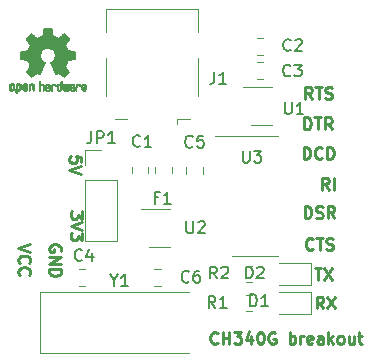
<source format=gbr>
G04 #@! TF.GenerationSoftware,KiCad,Pcbnew,5.1.5-52549c5~84~ubuntu18.04.1*
G04 #@! TF.CreationDate,2019-12-06T09:58:59+01:00*
G04 #@! TF.ProjectId,ch340-breakout,63683334-302d-4627-9265-616b6f75742e,rev?*
G04 #@! TF.SameCoordinates,Original*
G04 #@! TF.FileFunction,Legend,Top*
G04 #@! TF.FilePolarity,Positive*
%FSLAX46Y46*%
G04 Gerber Fmt 4.6, Leading zero omitted, Abs format (unit mm)*
G04 Created by KiCad (PCBNEW 5.1.5-52549c5~84~ubuntu18.04.1) date 2019-12-06 09:58:59*
%MOMM*%
%LPD*%
G04 APERTURE LIST*
%ADD10C,0.250000*%
%ADD11C,0.120000*%
%ADD12C,0.010000*%
%ADD13C,0.150000*%
G04 APERTURE END LIST*
D10*
X158957095Y-85574142D02*
X158909476Y-85621761D01*
X158766619Y-85669380D01*
X158671380Y-85669380D01*
X158528523Y-85621761D01*
X158433285Y-85526523D01*
X158385666Y-85431285D01*
X158338047Y-85240809D01*
X158338047Y-85097952D01*
X158385666Y-84907476D01*
X158433285Y-84812238D01*
X158528523Y-84717000D01*
X158671380Y-84669380D01*
X158766619Y-84669380D01*
X158909476Y-84717000D01*
X158957095Y-84764619D01*
X159385666Y-85669380D02*
X159385666Y-84669380D01*
X159385666Y-85145571D02*
X159957095Y-85145571D01*
X159957095Y-85669380D02*
X159957095Y-84669380D01*
X160338047Y-84669380D02*
X160957095Y-84669380D01*
X160623761Y-85050333D01*
X160766619Y-85050333D01*
X160861857Y-85097952D01*
X160909476Y-85145571D01*
X160957095Y-85240809D01*
X160957095Y-85478904D01*
X160909476Y-85574142D01*
X160861857Y-85621761D01*
X160766619Y-85669380D01*
X160480904Y-85669380D01*
X160385666Y-85621761D01*
X160338047Y-85574142D01*
X161814238Y-85002714D02*
X161814238Y-85669380D01*
X161576142Y-84621761D02*
X161338047Y-85336047D01*
X161957095Y-85336047D01*
X162528523Y-84669380D02*
X162623761Y-84669380D01*
X162719000Y-84717000D01*
X162766619Y-84764619D01*
X162814238Y-84859857D01*
X162861857Y-85050333D01*
X162861857Y-85288428D01*
X162814238Y-85478904D01*
X162766619Y-85574142D01*
X162719000Y-85621761D01*
X162623761Y-85669380D01*
X162528523Y-85669380D01*
X162433285Y-85621761D01*
X162385666Y-85574142D01*
X162338047Y-85478904D01*
X162290428Y-85288428D01*
X162290428Y-85050333D01*
X162338047Y-84859857D01*
X162385666Y-84764619D01*
X162433285Y-84717000D01*
X162528523Y-84669380D01*
X163814238Y-84717000D02*
X163719000Y-84669380D01*
X163576142Y-84669380D01*
X163433285Y-84717000D01*
X163338047Y-84812238D01*
X163290428Y-84907476D01*
X163242809Y-85097952D01*
X163242809Y-85240809D01*
X163290428Y-85431285D01*
X163338047Y-85526523D01*
X163433285Y-85621761D01*
X163576142Y-85669380D01*
X163671380Y-85669380D01*
X163814238Y-85621761D01*
X163861857Y-85574142D01*
X163861857Y-85240809D01*
X163671380Y-85240809D01*
X165052333Y-85669380D02*
X165052333Y-84669380D01*
X165052333Y-85050333D02*
X165147571Y-85002714D01*
X165338047Y-85002714D01*
X165433285Y-85050333D01*
X165480904Y-85097952D01*
X165528523Y-85193190D01*
X165528523Y-85478904D01*
X165480904Y-85574142D01*
X165433285Y-85621761D01*
X165338047Y-85669380D01*
X165147571Y-85669380D01*
X165052333Y-85621761D01*
X165957095Y-85669380D02*
X165957095Y-85002714D01*
X165957095Y-85193190D02*
X166004714Y-85097952D01*
X166052333Y-85050333D01*
X166147571Y-85002714D01*
X166242809Y-85002714D01*
X166957095Y-85621761D02*
X166861857Y-85669380D01*
X166671380Y-85669380D01*
X166576142Y-85621761D01*
X166528523Y-85526523D01*
X166528523Y-85145571D01*
X166576142Y-85050333D01*
X166671380Y-85002714D01*
X166861857Y-85002714D01*
X166957095Y-85050333D01*
X167004714Y-85145571D01*
X167004714Y-85240809D01*
X166528523Y-85336047D01*
X167861857Y-85669380D02*
X167861857Y-85145571D01*
X167814238Y-85050333D01*
X167719000Y-85002714D01*
X167528523Y-85002714D01*
X167433285Y-85050333D01*
X167861857Y-85621761D02*
X167766619Y-85669380D01*
X167528523Y-85669380D01*
X167433285Y-85621761D01*
X167385666Y-85526523D01*
X167385666Y-85431285D01*
X167433285Y-85336047D01*
X167528523Y-85288428D01*
X167766619Y-85288428D01*
X167861857Y-85240809D01*
X168338047Y-85669380D02*
X168338047Y-84669380D01*
X168433285Y-85288428D02*
X168719000Y-85669380D01*
X168719000Y-85002714D02*
X168338047Y-85383666D01*
X169290428Y-85669380D02*
X169195190Y-85621761D01*
X169147571Y-85574142D01*
X169099952Y-85478904D01*
X169099952Y-85193190D01*
X169147571Y-85097952D01*
X169195190Y-85050333D01*
X169290428Y-85002714D01*
X169433285Y-85002714D01*
X169528523Y-85050333D01*
X169576142Y-85097952D01*
X169623761Y-85193190D01*
X169623761Y-85478904D01*
X169576142Y-85574142D01*
X169528523Y-85621761D01*
X169433285Y-85669380D01*
X169290428Y-85669380D01*
X170480904Y-85002714D02*
X170480904Y-85669380D01*
X170052333Y-85002714D02*
X170052333Y-85526523D01*
X170099952Y-85621761D01*
X170195190Y-85669380D01*
X170338047Y-85669380D01*
X170433285Y-85621761D01*
X170480904Y-85574142D01*
X170814238Y-85002714D02*
X171195190Y-85002714D01*
X170957095Y-84669380D02*
X170957095Y-85526523D01*
X171004714Y-85621761D01*
X171099952Y-85669380D01*
X171195190Y-85669380D01*
X143092419Y-77254266D02*
X142092419Y-77587600D01*
X143092419Y-77920933D01*
X142187657Y-78825695D02*
X142140038Y-78778076D01*
X142092419Y-78635219D01*
X142092419Y-78539980D01*
X142140038Y-78397123D01*
X142235276Y-78301885D01*
X142330514Y-78254266D01*
X142520990Y-78206647D01*
X142663847Y-78206647D01*
X142854323Y-78254266D01*
X142949561Y-78301885D01*
X143044800Y-78397123D01*
X143092419Y-78539980D01*
X143092419Y-78635219D01*
X143044800Y-78778076D01*
X142997180Y-78825695D01*
X142187657Y-79825695D02*
X142140038Y-79778076D01*
X142092419Y-79635219D01*
X142092419Y-79539980D01*
X142140038Y-79397123D01*
X142235276Y-79301885D01*
X142330514Y-79254266D01*
X142520990Y-79206647D01*
X142663847Y-79206647D01*
X142854323Y-79254266D01*
X142949561Y-79301885D01*
X143044800Y-79397123D01*
X143092419Y-79539980D01*
X143092419Y-79635219D01*
X143044800Y-79778076D01*
X142997180Y-79825695D01*
X145661000Y-77825695D02*
X145708619Y-77730457D01*
X145708619Y-77587600D01*
X145661000Y-77444742D01*
X145565761Y-77349504D01*
X145470523Y-77301885D01*
X145280047Y-77254266D01*
X145137190Y-77254266D01*
X144946714Y-77301885D01*
X144851476Y-77349504D01*
X144756238Y-77444742D01*
X144708619Y-77587600D01*
X144708619Y-77682838D01*
X144756238Y-77825695D01*
X144803857Y-77873314D01*
X145137190Y-77873314D01*
X145137190Y-77682838D01*
X144708619Y-78301885D02*
X145708619Y-78301885D01*
X144708619Y-78873314D01*
X145708619Y-78873314D01*
X144708619Y-79349504D02*
X145708619Y-79349504D01*
X145708619Y-79587600D01*
X145661000Y-79730457D01*
X145565761Y-79825695D01*
X145470523Y-79873314D01*
X145280047Y-79920933D01*
X145137190Y-79920933D01*
X144946714Y-79873314D01*
X144851476Y-79825695D01*
X144756238Y-79730457D01*
X144708619Y-79587600D01*
X144708619Y-79349504D01*
X147512019Y-74453904D02*
X147512019Y-75072952D01*
X147131066Y-74739619D01*
X147131066Y-74882476D01*
X147083447Y-74977714D01*
X147035828Y-75025333D01*
X146940590Y-75072952D01*
X146702495Y-75072952D01*
X146607257Y-75025333D01*
X146559638Y-74977714D01*
X146512019Y-74882476D01*
X146512019Y-74596761D01*
X146559638Y-74501523D01*
X146607257Y-74453904D01*
X147512019Y-75358666D02*
X146512019Y-75692000D01*
X147512019Y-76025333D01*
X147512019Y-76263428D02*
X147512019Y-76882476D01*
X147131066Y-76549142D01*
X147131066Y-76692000D01*
X147083447Y-76787238D01*
X147035828Y-76834857D01*
X146940590Y-76882476D01*
X146702495Y-76882476D01*
X146607257Y-76834857D01*
X146559638Y-76787238D01*
X146512019Y-76692000D01*
X146512019Y-76406285D01*
X146559638Y-76311047D01*
X146607257Y-76263428D01*
X147410419Y-70319923D02*
X147410419Y-69843733D01*
X146934228Y-69796114D01*
X146981847Y-69843733D01*
X147029466Y-69938971D01*
X147029466Y-70177066D01*
X146981847Y-70272304D01*
X146934228Y-70319923D01*
X146838990Y-70367542D01*
X146600895Y-70367542D01*
X146505657Y-70319923D01*
X146458038Y-70272304D01*
X146410419Y-70177066D01*
X146410419Y-69938971D01*
X146458038Y-69843733D01*
X146505657Y-69796114D01*
X147410419Y-70653257D02*
X146410419Y-70986590D01*
X147410419Y-71319923D01*
X167905133Y-82672180D02*
X167571800Y-82195990D01*
X167333704Y-82672180D02*
X167333704Y-81672180D01*
X167714657Y-81672180D01*
X167809895Y-81719800D01*
X167857514Y-81767419D01*
X167905133Y-81862657D01*
X167905133Y-82005514D01*
X167857514Y-82100752D01*
X167809895Y-82148371D01*
X167714657Y-82195990D01*
X167333704Y-82195990D01*
X168238466Y-81672180D02*
X168905133Y-82672180D01*
X168905133Y-81672180D02*
X168238466Y-82672180D01*
X167157495Y-79259180D02*
X167728923Y-79259180D01*
X167443209Y-80259180D02*
X167443209Y-79259180D01*
X167967019Y-79259180D02*
X168633685Y-80259180D01*
X168633685Y-79259180D02*
X167967019Y-80259180D01*
X167016180Y-77623942D02*
X166968561Y-77671561D01*
X166825704Y-77719180D01*
X166730466Y-77719180D01*
X166587609Y-77671561D01*
X166492371Y-77576323D01*
X166444752Y-77481085D01*
X166397133Y-77290609D01*
X166397133Y-77147752D01*
X166444752Y-76957276D01*
X166492371Y-76862038D01*
X166587609Y-76766800D01*
X166730466Y-76719180D01*
X166825704Y-76719180D01*
X166968561Y-76766800D01*
X167016180Y-76814419D01*
X167301895Y-76719180D02*
X167873323Y-76719180D01*
X167587609Y-77719180D02*
X167587609Y-76719180D01*
X168159038Y-77671561D02*
X168301895Y-77719180D01*
X168539990Y-77719180D01*
X168635228Y-77671561D01*
X168682847Y-77623942D01*
X168730466Y-77528704D01*
X168730466Y-77433466D01*
X168682847Y-77338228D01*
X168635228Y-77290609D01*
X168539990Y-77242990D01*
X168349514Y-77195371D01*
X168254276Y-77147752D01*
X168206657Y-77100133D01*
X168159038Y-77004895D01*
X168159038Y-76909657D01*
X168206657Y-76814419D01*
X168254276Y-76766800D01*
X168349514Y-76719180D01*
X168587609Y-76719180D01*
X168730466Y-76766800D01*
X166325704Y-75026780D02*
X166325704Y-74026780D01*
X166563800Y-74026780D01*
X166706657Y-74074400D01*
X166801895Y-74169638D01*
X166849514Y-74264876D01*
X166897133Y-74455352D01*
X166897133Y-74598209D01*
X166849514Y-74788685D01*
X166801895Y-74883923D01*
X166706657Y-74979161D01*
X166563800Y-75026780D01*
X166325704Y-75026780D01*
X167278085Y-74979161D02*
X167420942Y-75026780D01*
X167659038Y-75026780D01*
X167754276Y-74979161D01*
X167801895Y-74931542D01*
X167849514Y-74836304D01*
X167849514Y-74741066D01*
X167801895Y-74645828D01*
X167754276Y-74598209D01*
X167659038Y-74550590D01*
X167468561Y-74502971D01*
X167373323Y-74455352D01*
X167325704Y-74407733D01*
X167278085Y-74312495D01*
X167278085Y-74217257D01*
X167325704Y-74122019D01*
X167373323Y-74074400D01*
X167468561Y-74026780D01*
X167706657Y-74026780D01*
X167849514Y-74074400D01*
X168849514Y-75026780D02*
X168516180Y-74550590D01*
X168278085Y-75026780D02*
X168278085Y-74026780D01*
X168659038Y-74026780D01*
X168754276Y-74074400D01*
X168801895Y-74122019D01*
X168849514Y-74217257D01*
X168849514Y-74360114D01*
X168801895Y-74455352D01*
X168754276Y-74502971D01*
X168659038Y-74550590D01*
X168278085Y-74550590D01*
X168346428Y-72613780D02*
X168013095Y-72137590D01*
X167775000Y-72613780D02*
X167775000Y-71613780D01*
X168155952Y-71613780D01*
X168251190Y-71661400D01*
X168298809Y-71709019D01*
X168346428Y-71804257D01*
X168346428Y-71947114D01*
X168298809Y-72042352D01*
X168251190Y-72089971D01*
X168155952Y-72137590D01*
X167775000Y-72137590D01*
X168775000Y-72613780D02*
X168775000Y-71613780D01*
X166225695Y-70022980D02*
X166225695Y-69022980D01*
X166463790Y-69022980D01*
X166606647Y-69070600D01*
X166701885Y-69165838D01*
X166749504Y-69261076D01*
X166797123Y-69451552D01*
X166797123Y-69594409D01*
X166749504Y-69784885D01*
X166701885Y-69880123D01*
X166606647Y-69975361D01*
X166463790Y-70022980D01*
X166225695Y-70022980D01*
X167797123Y-69927742D02*
X167749504Y-69975361D01*
X167606647Y-70022980D01*
X167511409Y-70022980D01*
X167368552Y-69975361D01*
X167273314Y-69880123D01*
X167225695Y-69784885D01*
X167178076Y-69594409D01*
X167178076Y-69451552D01*
X167225695Y-69261076D01*
X167273314Y-69165838D01*
X167368552Y-69070600D01*
X167511409Y-69022980D01*
X167606647Y-69022980D01*
X167749504Y-69070600D01*
X167797123Y-69118219D01*
X168225695Y-70022980D02*
X168225695Y-69022980D01*
X168463790Y-69022980D01*
X168606647Y-69070600D01*
X168701885Y-69165838D01*
X168749504Y-69261076D01*
X168797123Y-69451552D01*
X168797123Y-69594409D01*
X168749504Y-69784885D01*
X168701885Y-69880123D01*
X168606647Y-69975361D01*
X168463790Y-70022980D01*
X168225695Y-70022980D01*
X166293942Y-67508380D02*
X166293942Y-66508380D01*
X166532038Y-66508380D01*
X166674895Y-66556000D01*
X166770133Y-66651238D01*
X166817752Y-66746476D01*
X166865371Y-66936952D01*
X166865371Y-67079809D01*
X166817752Y-67270285D01*
X166770133Y-67365523D01*
X166674895Y-67460761D01*
X166532038Y-67508380D01*
X166293942Y-67508380D01*
X167151085Y-66508380D02*
X167722514Y-66508380D01*
X167436800Y-67508380D02*
X167436800Y-66508380D01*
X168627276Y-67508380D02*
X168293942Y-67032190D01*
X168055847Y-67508380D02*
X168055847Y-66508380D01*
X168436800Y-66508380D01*
X168532038Y-66556000D01*
X168579657Y-66603619D01*
X168627276Y-66698857D01*
X168627276Y-66841714D01*
X168579657Y-66936952D01*
X168532038Y-66984571D01*
X168436800Y-67032190D01*
X168055847Y-67032190D01*
X166939980Y-64942980D02*
X166606647Y-64466790D01*
X166368552Y-64942980D02*
X166368552Y-63942980D01*
X166749504Y-63942980D01*
X166844742Y-63990600D01*
X166892361Y-64038219D01*
X166939980Y-64133457D01*
X166939980Y-64276314D01*
X166892361Y-64371552D01*
X166844742Y-64419171D01*
X166749504Y-64466790D01*
X166368552Y-64466790D01*
X167225695Y-63942980D02*
X167797123Y-63942980D01*
X167511409Y-64942980D02*
X167511409Y-63942980D01*
X168082838Y-64895361D02*
X168225695Y-64942980D01*
X168463790Y-64942980D01*
X168559028Y-64895361D01*
X168606647Y-64847742D01*
X168654266Y-64752504D01*
X168654266Y-64657266D01*
X168606647Y-64562028D01*
X168559028Y-64514409D01*
X168463790Y-64466790D01*
X168273314Y-64419171D01*
X168178076Y-64371552D01*
X168130457Y-64323933D01*
X168082838Y-64228695D01*
X168082838Y-64133457D01*
X168130457Y-64038219D01*
X168178076Y-63990600D01*
X168273314Y-63942980D01*
X168511409Y-63942980D01*
X168654266Y-63990600D01*
D11*
X157707400Y-71253878D02*
X157707400Y-70736722D01*
X156287400Y-71253878D02*
X156287400Y-70736722D01*
X155091200Y-71223878D02*
X155091200Y-70706722D01*
X153671200Y-71223878D02*
X153671200Y-70706722D01*
D12*
G36*
X144655310Y-58938948D02*
G01*
X144733854Y-58939378D01*
X144790698Y-58940542D01*
X144829505Y-58942807D01*
X144853938Y-58946540D01*
X144867662Y-58952106D01*
X144874340Y-58959873D01*
X144877636Y-58970205D01*
X144877956Y-58971543D01*
X144882962Y-58995679D01*
X144892229Y-59043301D01*
X144904792Y-59109341D01*
X144919687Y-59188728D01*
X144935951Y-59276396D01*
X144936519Y-59279475D01*
X144952810Y-59365389D01*
X144968052Y-59441296D01*
X144981261Y-59502645D01*
X144991454Y-59544882D01*
X144997648Y-59563455D01*
X144997943Y-59563784D01*
X145016188Y-59572853D01*
X145053805Y-59587967D01*
X145102671Y-59605862D01*
X145102943Y-59605958D01*
X145164493Y-59629093D01*
X145237057Y-59658565D01*
X145305457Y-59688197D01*
X145308694Y-59689662D01*
X145420102Y-59740226D01*
X145666799Y-59571760D01*
X145742477Y-59520403D01*
X145811031Y-59474489D01*
X145868488Y-59436630D01*
X145910876Y-59409437D01*
X145934225Y-59395521D01*
X145936442Y-59394489D01*
X145953410Y-59399084D01*
X145985101Y-59421255D01*
X146032752Y-59462047D01*
X146097598Y-59522505D01*
X146163797Y-59586827D01*
X146227614Y-59650212D01*
X146284729Y-59708051D01*
X146331705Y-59756775D01*
X146365103Y-59792810D01*
X146381485Y-59812584D01*
X146382094Y-59813602D01*
X146383905Y-59827172D01*
X146377083Y-59849333D01*
X146359940Y-59883078D01*
X146330793Y-59931400D01*
X146287955Y-59997292D01*
X146230848Y-60082117D01*
X146180166Y-60156777D01*
X146134861Y-60223740D01*
X146097550Y-60279116D01*
X146070852Y-60319020D01*
X146057385Y-60339562D01*
X146056537Y-60340956D01*
X146058181Y-60360638D01*
X146070645Y-60398893D01*
X146091448Y-60448489D01*
X146098862Y-60464328D01*
X146131214Y-60534890D01*
X146165728Y-60614953D01*
X146193765Y-60684229D01*
X146213968Y-60735645D01*
X146230015Y-60774719D01*
X146239288Y-60795141D01*
X146240441Y-60796714D01*
X146257496Y-60799321D01*
X146297698Y-60806463D01*
X146355702Y-60817123D01*
X146426163Y-60830285D01*
X146503735Y-60844933D01*
X146583072Y-60860049D01*
X146658831Y-60874618D01*
X146725664Y-60887622D01*
X146778228Y-60898045D01*
X146811176Y-60904870D01*
X146819257Y-60906799D01*
X146827605Y-60911562D01*
X146833906Y-60922318D01*
X146838445Y-60942698D01*
X146841504Y-60976334D01*
X146843367Y-61026855D01*
X146844318Y-61097892D01*
X146844640Y-61193076D01*
X146844657Y-61232092D01*
X146844657Y-61549399D01*
X146768457Y-61564439D01*
X146726063Y-61572595D01*
X146662800Y-61584499D01*
X146586362Y-61598716D01*
X146504443Y-61613810D01*
X146481800Y-61617955D01*
X146406206Y-61632653D01*
X146340353Y-61647105D01*
X146289766Y-61659975D01*
X146259974Y-61669922D01*
X146255012Y-61672887D01*
X146242826Y-61693883D01*
X146225353Y-61734567D01*
X146205977Y-61786922D01*
X146202134Y-61798200D01*
X146176739Y-61868123D01*
X146145217Y-61947018D01*
X146114369Y-62017866D01*
X146114217Y-62018195D01*
X146062847Y-62129333D01*
X146231799Y-62377853D01*
X146400752Y-62626372D01*
X146183829Y-62843658D01*
X146118219Y-62908326D01*
X146058379Y-62965333D01*
X146007667Y-63011633D01*
X145969446Y-63044184D01*
X145947075Y-63059943D01*
X145943866Y-63060943D01*
X145925026Y-63053069D01*
X145886580Y-63031178D01*
X145832730Y-62997867D01*
X145767676Y-62955731D01*
X145697340Y-62908543D01*
X145625955Y-62860410D01*
X145562308Y-62818528D01*
X145510441Y-62785471D01*
X145474395Y-62763818D01*
X145458267Y-62756143D01*
X145438589Y-62762637D01*
X145401275Y-62779750D01*
X145354021Y-62803926D01*
X145349012Y-62806613D01*
X145285377Y-62838527D01*
X145241741Y-62854179D01*
X145214602Y-62854345D01*
X145200457Y-62839804D01*
X145200375Y-62839600D01*
X145193305Y-62822379D01*
X145176442Y-62781499D01*
X145151095Y-62720125D01*
X145118571Y-62641419D01*
X145080178Y-62548547D01*
X145037222Y-62444672D01*
X144995622Y-62344102D01*
X144949904Y-62233116D01*
X144907926Y-62130303D01*
X144870948Y-62038815D01*
X144840227Y-61961801D01*
X144817022Y-61902415D01*
X144802590Y-61863809D01*
X144798143Y-61849400D01*
X144809296Y-61832872D01*
X144838469Y-61806530D01*
X144877371Y-61777487D01*
X144988157Y-61685639D01*
X145074751Y-61580359D01*
X145136116Y-61463866D01*
X145171215Y-61338376D01*
X145179008Y-61206107D01*
X145173343Y-61145057D01*
X145142478Y-61018395D01*
X145089320Y-60906541D01*
X145017167Y-60810601D01*
X144929317Y-60731676D01*
X144829065Y-60670870D01*
X144719710Y-60629287D01*
X144604547Y-60608028D01*
X144486875Y-60608199D01*
X144369990Y-60630901D01*
X144257189Y-60677238D01*
X144151769Y-60748313D01*
X144107768Y-60788511D01*
X144023379Y-60891729D01*
X143964622Y-61004525D01*
X143931104Y-61123610D01*
X143922435Y-61245695D01*
X143938223Y-61367493D01*
X143978078Y-61485716D01*
X144041607Y-61597075D01*
X144128421Y-61698284D01*
X144225429Y-61777487D01*
X144265837Y-61807762D01*
X144294382Y-61833819D01*
X144304657Y-61849425D01*
X144299277Y-61866443D01*
X144283975Y-61907100D01*
X144260012Y-61968242D01*
X144228644Y-62046719D01*
X144191132Y-62139380D01*
X144148733Y-62243072D01*
X144107063Y-62344126D01*
X144061090Y-62455207D01*
X144018507Y-62558141D01*
X143980621Y-62649765D01*
X143948740Y-62726916D01*
X143924171Y-62786431D01*
X143908220Y-62825144D01*
X143902310Y-62839600D01*
X143888348Y-62854285D01*
X143861340Y-62854242D01*
X143817813Y-62838699D01*
X143754290Y-62806884D01*
X143753788Y-62806613D01*
X143705960Y-62781923D01*
X143667297Y-62763938D01*
X143645495Y-62756214D01*
X143644533Y-62756143D01*
X143628121Y-62763978D01*
X143591887Y-62785765D01*
X143539874Y-62818928D01*
X143476125Y-62860891D01*
X143405460Y-62908543D01*
X143333516Y-62956791D01*
X143268674Y-62998751D01*
X143215135Y-63031827D01*
X143177097Y-63053421D01*
X143158933Y-63060943D01*
X143142208Y-63051057D01*
X143108580Y-63023426D01*
X143061410Y-62981095D01*
X143004058Y-62927105D01*
X142939884Y-62864499D01*
X142918897Y-62843583D01*
X142701899Y-62626223D01*
X142867068Y-62383820D01*
X142917264Y-62309381D01*
X142961319Y-62242572D01*
X142996762Y-62187265D01*
X143021119Y-62147329D01*
X143031922Y-62126636D01*
X143032238Y-62125163D01*
X143026543Y-62105658D01*
X143011226Y-62066422D01*
X142988937Y-62014030D01*
X142973293Y-61978955D01*
X142944041Y-61911801D01*
X142916494Y-61843958D01*
X142895137Y-61786634D01*
X142889335Y-61769172D01*
X142872852Y-61722538D01*
X142856740Y-61686505D01*
X142847890Y-61672887D01*
X142828360Y-61664552D01*
X142785734Y-61652737D01*
X142725545Y-61638781D01*
X142653322Y-61624022D01*
X142621000Y-61617955D01*
X142538922Y-61602873D01*
X142460195Y-61588269D01*
X142392509Y-61575580D01*
X142343560Y-61566242D01*
X142334343Y-61564439D01*
X142258143Y-61549399D01*
X142258143Y-61232092D01*
X142258314Y-61127754D01*
X142259016Y-61048813D01*
X142260534Y-60991638D01*
X142263149Y-60952599D01*
X142267146Y-60928065D01*
X142272809Y-60914405D01*
X142280420Y-60907989D01*
X142283543Y-60906799D01*
X142302378Y-60902580D01*
X142343988Y-60894162D01*
X142403030Y-60882561D01*
X142474157Y-60868795D01*
X142552025Y-60853880D01*
X142631287Y-60838832D01*
X142706598Y-60824669D01*
X142772613Y-60812406D01*
X142823987Y-60803061D01*
X142855375Y-60797650D01*
X142862359Y-60796714D01*
X142868685Y-60784196D01*
X142882690Y-60750846D01*
X142901755Y-60702977D01*
X142909034Y-60684229D01*
X142938396Y-60611795D01*
X142972971Y-60531770D01*
X143003937Y-60464328D01*
X143026723Y-60412759D01*
X143041882Y-60370385D01*
X143046942Y-60344434D01*
X143046136Y-60340956D01*
X143035441Y-60324536D01*
X143011020Y-60288017D01*
X142975495Y-60235287D01*
X142931487Y-60170235D01*
X142881617Y-60096751D01*
X142871756Y-60082245D01*
X142813892Y-59996304D01*
X142771356Y-59930861D01*
X142742454Y-59882904D01*
X142725490Y-59849420D01*
X142718767Y-59827395D01*
X142720590Y-59813817D01*
X142720636Y-59813731D01*
X142734986Y-59795897D01*
X142766723Y-59761417D01*
X142812410Y-59713868D01*
X142868604Y-59656822D01*
X142931868Y-59593855D01*
X142939002Y-59586827D01*
X143018730Y-59509620D01*
X143080257Y-59452930D01*
X143124821Y-59415710D01*
X143153657Y-59396915D01*
X143166358Y-59394489D01*
X143184894Y-59405071D01*
X143223361Y-59429516D01*
X143277786Y-59465212D01*
X143344198Y-59509547D01*
X143418625Y-59559911D01*
X143436001Y-59571760D01*
X143682697Y-59740226D01*
X143794106Y-59689662D01*
X143861857Y-59660195D01*
X143934583Y-59630559D01*
X143997103Y-59606930D01*
X143999857Y-59605958D01*
X144048760Y-59588057D01*
X144086457Y-59572920D01*
X144104825Y-59563810D01*
X144104856Y-59563784D01*
X144110685Y-59547317D01*
X144120592Y-59506819D01*
X144133595Y-59446842D01*
X144148709Y-59371940D01*
X144164952Y-59286664D01*
X144166281Y-59279475D01*
X144182575Y-59191614D01*
X144197533Y-59111860D01*
X144210191Y-59045281D01*
X144219586Y-58996947D01*
X144224754Y-58971925D01*
X144224844Y-58971543D01*
X144227989Y-58960899D01*
X144234104Y-58952862D01*
X144246853Y-58947067D01*
X144269900Y-58943147D01*
X144306909Y-58940735D01*
X144361544Y-58939465D01*
X144437467Y-58938971D01*
X144538344Y-58938886D01*
X144551400Y-58938886D01*
X144655310Y-58938948D01*
G37*
X144655310Y-58938948D02*
X144733854Y-58939378D01*
X144790698Y-58940542D01*
X144829505Y-58942807D01*
X144853938Y-58946540D01*
X144867662Y-58952106D01*
X144874340Y-58959873D01*
X144877636Y-58970205D01*
X144877956Y-58971543D01*
X144882962Y-58995679D01*
X144892229Y-59043301D01*
X144904792Y-59109341D01*
X144919687Y-59188728D01*
X144935951Y-59276396D01*
X144936519Y-59279475D01*
X144952810Y-59365389D01*
X144968052Y-59441296D01*
X144981261Y-59502645D01*
X144991454Y-59544882D01*
X144997648Y-59563455D01*
X144997943Y-59563784D01*
X145016188Y-59572853D01*
X145053805Y-59587967D01*
X145102671Y-59605862D01*
X145102943Y-59605958D01*
X145164493Y-59629093D01*
X145237057Y-59658565D01*
X145305457Y-59688197D01*
X145308694Y-59689662D01*
X145420102Y-59740226D01*
X145666799Y-59571760D01*
X145742477Y-59520403D01*
X145811031Y-59474489D01*
X145868488Y-59436630D01*
X145910876Y-59409437D01*
X145934225Y-59395521D01*
X145936442Y-59394489D01*
X145953410Y-59399084D01*
X145985101Y-59421255D01*
X146032752Y-59462047D01*
X146097598Y-59522505D01*
X146163797Y-59586827D01*
X146227614Y-59650212D01*
X146284729Y-59708051D01*
X146331705Y-59756775D01*
X146365103Y-59792810D01*
X146381485Y-59812584D01*
X146382094Y-59813602D01*
X146383905Y-59827172D01*
X146377083Y-59849333D01*
X146359940Y-59883078D01*
X146330793Y-59931400D01*
X146287955Y-59997292D01*
X146230848Y-60082117D01*
X146180166Y-60156777D01*
X146134861Y-60223740D01*
X146097550Y-60279116D01*
X146070852Y-60319020D01*
X146057385Y-60339562D01*
X146056537Y-60340956D01*
X146058181Y-60360638D01*
X146070645Y-60398893D01*
X146091448Y-60448489D01*
X146098862Y-60464328D01*
X146131214Y-60534890D01*
X146165728Y-60614953D01*
X146193765Y-60684229D01*
X146213968Y-60735645D01*
X146230015Y-60774719D01*
X146239288Y-60795141D01*
X146240441Y-60796714D01*
X146257496Y-60799321D01*
X146297698Y-60806463D01*
X146355702Y-60817123D01*
X146426163Y-60830285D01*
X146503735Y-60844933D01*
X146583072Y-60860049D01*
X146658831Y-60874618D01*
X146725664Y-60887622D01*
X146778228Y-60898045D01*
X146811176Y-60904870D01*
X146819257Y-60906799D01*
X146827605Y-60911562D01*
X146833906Y-60922318D01*
X146838445Y-60942698D01*
X146841504Y-60976334D01*
X146843367Y-61026855D01*
X146844318Y-61097892D01*
X146844640Y-61193076D01*
X146844657Y-61232092D01*
X146844657Y-61549399D01*
X146768457Y-61564439D01*
X146726063Y-61572595D01*
X146662800Y-61584499D01*
X146586362Y-61598716D01*
X146504443Y-61613810D01*
X146481800Y-61617955D01*
X146406206Y-61632653D01*
X146340353Y-61647105D01*
X146289766Y-61659975D01*
X146259974Y-61669922D01*
X146255012Y-61672887D01*
X146242826Y-61693883D01*
X146225353Y-61734567D01*
X146205977Y-61786922D01*
X146202134Y-61798200D01*
X146176739Y-61868123D01*
X146145217Y-61947018D01*
X146114369Y-62017866D01*
X146114217Y-62018195D01*
X146062847Y-62129333D01*
X146231799Y-62377853D01*
X146400752Y-62626372D01*
X146183829Y-62843658D01*
X146118219Y-62908326D01*
X146058379Y-62965333D01*
X146007667Y-63011633D01*
X145969446Y-63044184D01*
X145947075Y-63059943D01*
X145943866Y-63060943D01*
X145925026Y-63053069D01*
X145886580Y-63031178D01*
X145832730Y-62997867D01*
X145767676Y-62955731D01*
X145697340Y-62908543D01*
X145625955Y-62860410D01*
X145562308Y-62818528D01*
X145510441Y-62785471D01*
X145474395Y-62763818D01*
X145458267Y-62756143D01*
X145438589Y-62762637D01*
X145401275Y-62779750D01*
X145354021Y-62803926D01*
X145349012Y-62806613D01*
X145285377Y-62838527D01*
X145241741Y-62854179D01*
X145214602Y-62854345D01*
X145200457Y-62839804D01*
X145200375Y-62839600D01*
X145193305Y-62822379D01*
X145176442Y-62781499D01*
X145151095Y-62720125D01*
X145118571Y-62641419D01*
X145080178Y-62548547D01*
X145037222Y-62444672D01*
X144995622Y-62344102D01*
X144949904Y-62233116D01*
X144907926Y-62130303D01*
X144870948Y-62038815D01*
X144840227Y-61961801D01*
X144817022Y-61902415D01*
X144802590Y-61863809D01*
X144798143Y-61849400D01*
X144809296Y-61832872D01*
X144838469Y-61806530D01*
X144877371Y-61777487D01*
X144988157Y-61685639D01*
X145074751Y-61580359D01*
X145136116Y-61463866D01*
X145171215Y-61338376D01*
X145179008Y-61206107D01*
X145173343Y-61145057D01*
X145142478Y-61018395D01*
X145089320Y-60906541D01*
X145017167Y-60810601D01*
X144929317Y-60731676D01*
X144829065Y-60670870D01*
X144719710Y-60629287D01*
X144604547Y-60608028D01*
X144486875Y-60608199D01*
X144369990Y-60630901D01*
X144257189Y-60677238D01*
X144151769Y-60748313D01*
X144107768Y-60788511D01*
X144023379Y-60891729D01*
X143964622Y-61004525D01*
X143931104Y-61123610D01*
X143922435Y-61245695D01*
X143938223Y-61367493D01*
X143978078Y-61485716D01*
X144041607Y-61597075D01*
X144128421Y-61698284D01*
X144225429Y-61777487D01*
X144265837Y-61807762D01*
X144294382Y-61833819D01*
X144304657Y-61849425D01*
X144299277Y-61866443D01*
X144283975Y-61907100D01*
X144260012Y-61968242D01*
X144228644Y-62046719D01*
X144191132Y-62139380D01*
X144148733Y-62243072D01*
X144107063Y-62344126D01*
X144061090Y-62455207D01*
X144018507Y-62558141D01*
X143980621Y-62649765D01*
X143948740Y-62726916D01*
X143924171Y-62786431D01*
X143908220Y-62825144D01*
X143902310Y-62839600D01*
X143888348Y-62854285D01*
X143861340Y-62854242D01*
X143817813Y-62838699D01*
X143754290Y-62806884D01*
X143753788Y-62806613D01*
X143705960Y-62781923D01*
X143667297Y-62763938D01*
X143645495Y-62756214D01*
X143644533Y-62756143D01*
X143628121Y-62763978D01*
X143591887Y-62785765D01*
X143539874Y-62818928D01*
X143476125Y-62860891D01*
X143405460Y-62908543D01*
X143333516Y-62956791D01*
X143268674Y-62998751D01*
X143215135Y-63031827D01*
X143177097Y-63053421D01*
X143158933Y-63060943D01*
X143142208Y-63051057D01*
X143108580Y-63023426D01*
X143061410Y-62981095D01*
X143004058Y-62927105D01*
X142939884Y-62864499D01*
X142918897Y-62843583D01*
X142701899Y-62626223D01*
X142867068Y-62383820D01*
X142917264Y-62309381D01*
X142961319Y-62242572D01*
X142996762Y-62187265D01*
X143021119Y-62147329D01*
X143031922Y-62126636D01*
X143032238Y-62125163D01*
X143026543Y-62105658D01*
X143011226Y-62066422D01*
X142988937Y-62014030D01*
X142973293Y-61978955D01*
X142944041Y-61911801D01*
X142916494Y-61843958D01*
X142895137Y-61786634D01*
X142889335Y-61769172D01*
X142872852Y-61722538D01*
X142856740Y-61686505D01*
X142847890Y-61672887D01*
X142828360Y-61664552D01*
X142785734Y-61652737D01*
X142725545Y-61638781D01*
X142653322Y-61624022D01*
X142621000Y-61617955D01*
X142538922Y-61602873D01*
X142460195Y-61588269D01*
X142392509Y-61575580D01*
X142343560Y-61566242D01*
X142334343Y-61564439D01*
X142258143Y-61549399D01*
X142258143Y-61232092D01*
X142258314Y-61127754D01*
X142259016Y-61048813D01*
X142260534Y-60991638D01*
X142263149Y-60952599D01*
X142267146Y-60928065D01*
X142272809Y-60914405D01*
X142280420Y-60907989D01*
X142283543Y-60906799D01*
X142302378Y-60902580D01*
X142343988Y-60894162D01*
X142403030Y-60882561D01*
X142474157Y-60868795D01*
X142552025Y-60853880D01*
X142631287Y-60838832D01*
X142706598Y-60824669D01*
X142772613Y-60812406D01*
X142823987Y-60803061D01*
X142855375Y-60797650D01*
X142862359Y-60796714D01*
X142868685Y-60784196D01*
X142882690Y-60750846D01*
X142901755Y-60702977D01*
X142909034Y-60684229D01*
X142938396Y-60611795D01*
X142972971Y-60531770D01*
X143003937Y-60464328D01*
X143026723Y-60412759D01*
X143041882Y-60370385D01*
X143046942Y-60344434D01*
X143046136Y-60340956D01*
X143035441Y-60324536D01*
X143011020Y-60288017D01*
X142975495Y-60235287D01*
X142931487Y-60170235D01*
X142881617Y-60096751D01*
X142871756Y-60082245D01*
X142813892Y-59996304D01*
X142771356Y-59930861D01*
X142742454Y-59882904D01*
X142725490Y-59849420D01*
X142718767Y-59827395D01*
X142720590Y-59813817D01*
X142720636Y-59813731D01*
X142734986Y-59795897D01*
X142766723Y-59761417D01*
X142812410Y-59713868D01*
X142868604Y-59656822D01*
X142931868Y-59593855D01*
X142939002Y-59586827D01*
X143018730Y-59509620D01*
X143080257Y-59452930D01*
X143124821Y-59415710D01*
X143153657Y-59396915D01*
X143166358Y-59394489D01*
X143184894Y-59405071D01*
X143223361Y-59429516D01*
X143277786Y-59465212D01*
X143344198Y-59509547D01*
X143418625Y-59559911D01*
X143436001Y-59571760D01*
X143682697Y-59740226D01*
X143794106Y-59689662D01*
X143861857Y-59660195D01*
X143934583Y-59630559D01*
X143997103Y-59606930D01*
X143999857Y-59605958D01*
X144048760Y-59588057D01*
X144086457Y-59572920D01*
X144104825Y-59563810D01*
X144104856Y-59563784D01*
X144110685Y-59547317D01*
X144120592Y-59506819D01*
X144133595Y-59446842D01*
X144148709Y-59371940D01*
X144164952Y-59286664D01*
X144166281Y-59279475D01*
X144182575Y-59191614D01*
X144197533Y-59111860D01*
X144210191Y-59045281D01*
X144219586Y-58996947D01*
X144224754Y-58971925D01*
X144224844Y-58971543D01*
X144227989Y-58960899D01*
X144234104Y-58952862D01*
X144246853Y-58947067D01*
X144269900Y-58943147D01*
X144306909Y-58940735D01*
X144361544Y-58939465D01*
X144437467Y-58938971D01*
X144538344Y-58938886D01*
X144551400Y-58938886D01*
X144655310Y-58938948D01*
G36*
X147704995Y-63663566D02*
G01*
X147762421Y-63701097D01*
X147790119Y-63734696D01*
X147812062Y-63795664D01*
X147813805Y-63843908D01*
X147809857Y-63908416D01*
X147661086Y-63973534D01*
X147588749Y-64006802D01*
X147541484Y-64033564D01*
X147516907Y-64056744D01*
X147512637Y-64079267D01*
X147526289Y-64104055D01*
X147541343Y-64120486D01*
X147585146Y-64146835D01*
X147632789Y-64148681D01*
X147676545Y-64128146D01*
X147708689Y-64087352D01*
X147714438Y-64072947D01*
X147741976Y-64027956D01*
X147773658Y-64008782D01*
X147817114Y-63992379D01*
X147817114Y-64054566D01*
X147813272Y-64096883D01*
X147798223Y-64132569D01*
X147766680Y-64173543D01*
X147761992Y-64178867D01*
X147726906Y-64215320D01*
X147696747Y-64234883D01*
X147659015Y-64243883D01*
X147627735Y-64246830D01*
X147571785Y-64247565D01*
X147531955Y-64238260D01*
X147507108Y-64224446D01*
X147468056Y-64194067D01*
X147441025Y-64161213D01*
X147423917Y-64119894D01*
X147414638Y-64064121D01*
X147411093Y-63987905D01*
X147410810Y-63949222D01*
X147411772Y-63902847D01*
X147499407Y-63902847D01*
X147500423Y-63927726D01*
X147502956Y-63931800D01*
X147519674Y-63926265D01*
X147555649Y-63911617D01*
X147603731Y-63890790D01*
X147613786Y-63886314D01*
X147674552Y-63855414D01*
X147708032Y-63828257D01*
X147715390Y-63802820D01*
X147697791Y-63777081D01*
X147683256Y-63765709D01*
X147630810Y-63742964D01*
X147581722Y-63746722D01*
X147540627Y-63774484D01*
X147512158Y-63823752D01*
X147503031Y-63862857D01*
X147499407Y-63902847D01*
X147411772Y-63902847D01*
X147412685Y-63858849D01*
X147419596Y-63791984D01*
X147433284Y-63743295D01*
X147455496Y-63707449D01*
X147487974Y-63679113D01*
X147502133Y-63669955D01*
X147566453Y-63646107D01*
X147636873Y-63644606D01*
X147704995Y-63663566D01*
G37*
X147704995Y-63663566D02*
X147762421Y-63701097D01*
X147790119Y-63734696D01*
X147812062Y-63795664D01*
X147813805Y-63843908D01*
X147809857Y-63908416D01*
X147661086Y-63973534D01*
X147588749Y-64006802D01*
X147541484Y-64033564D01*
X147516907Y-64056744D01*
X147512637Y-64079267D01*
X147526289Y-64104055D01*
X147541343Y-64120486D01*
X147585146Y-64146835D01*
X147632789Y-64148681D01*
X147676545Y-64128146D01*
X147708689Y-64087352D01*
X147714438Y-64072947D01*
X147741976Y-64027956D01*
X147773658Y-64008782D01*
X147817114Y-63992379D01*
X147817114Y-64054566D01*
X147813272Y-64096883D01*
X147798223Y-64132569D01*
X147766680Y-64173543D01*
X147761992Y-64178867D01*
X147726906Y-64215320D01*
X147696747Y-64234883D01*
X147659015Y-64243883D01*
X147627735Y-64246830D01*
X147571785Y-64247565D01*
X147531955Y-64238260D01*
X147507108Y-64224446D01*
X147468056Y-64194067D01*
X147441025Y-64161213D01*
X147423917Y-64119894D01*
X147414638Y-64064121D01*
X147411093Y-63987905D01*
X147410810Y-63949222D01*
X147411772Y-63902847D01*
X147499407Y-63902847D01*
X147500423Y-63927726D01*
X147502956Y-63931800D01*
X147519674Y-63926265D01*
X147555649Y-63911617D01*
X147603731Y-63890790D01*
X147613786Y-63886314D01*
X147674552Y-63855414D01*
X147708032Y-63828257D01*
X147715390Y-63802820D01*
X147697791Y-63777081D01*
X147683256Y-63765709D01*
X147630810Y-63742964D01*
X147581722Y-63746722D01*
X147540627Y-63774484D01*
X147512158Y-63823752D01*
X147503031Y-63862857D01*
X147499407Y-63902847D01*
X147411772Y-63902847D01*
X147412685Y-63858849D01*
X147419596Y-63791984D01*
X147433284Y-63743295D01*
X147455496Y-63707449D01*
X147487974Y-63679113D01*
X147502133Y-63669955D01*
X147566453Y-63646107D01*
X147636873Y-63644606D01*
X147704995Y-63663566D01*
G36*
X147204000Y-63655352D02*
G01*
X147221348Y-63662934D01*
X147262756Y-63695728D01*
X147298165Y-63743147D01*
X147320064Y-63793751D01*
X147323629Y-63818698D01*
X147311679Y-63853527D01*
X147285467Y-63871957D01*
X147257364Y-63883116D01*
X147244495Y-63885172D01*
X147238229Y-63870249D01*
X147225856Y-63837775D01*
X147220428Y-63823102D01*
X147189990Y-63772344D01*
X147145920Y-63747027D01*
X147089410Y-63747806D01*
X147085225Y-63748803D01*
X147055055Y-63763107D01*
X147032876Y-63790993D01*
X147017727Y-63835887D01*
X147008650Y-63901215D01*
X147004686Y-63990404D01*
X147004314Y-64037861D01*
X147004130Y-64112671D01*
X147002922Y-64163669D01*
X146999709Y-64196071D01*
X146993509Y-64215095D01*
X146983340Y-64225956D01*
X146968219Y-64233872D01*
X146967346Y-64234270D01*
X146938228Y-64246581D01*
X146923803Y-64251114D01*
X146921586Y-64237409D01*
X146919689Y-64199525D01*
X146918247Y-64142315D01*
X146917398Y-64070627D01*
X146917229Y-64018165D01*
X146918092Y-63916647D01*
X146921470Y-63839632D01*
X146928542Y-63782623D01*
X146940488Y-63741126D01*
X146958490Y-63710643D01*
X146983727Y-63686680D01*
X147008647Y-63669955D01*
X147068571Y-63647697D01*
X147138311Y-63642676D01*
X147204000Y-63655352D01*
G37*
X147204000Y-63655352D02*
X147221348Y-63662934D01*
X147262756Y-63695728D01*
X147298165Y-63743147D01*
X147320064Y-63793751D01*
X147323629Y-63818698D01*
X147311679Y-63853527D01*
X147285467Y-63871957D01*
X147257364Y-63883116D01*
X147244495Y-63885172D01*
X147238229Y-63870249D01*
X147225856Y-63837775D01*
X147220428Y-63823102D01*
X147189990Y-63772344D01*
X147145920Y-63747027D01*
X147089410Y-63747806D01*
X147085225Y-63748803D01*
X147055055Y-63763107D01*
X147032876Y-63790993D01*
X147017727Y-63835887D01*
X147008650Y-63901215D01*
X147004686Y-63990404D01*
X147004314Y-64037861D01*
X147004130Y-64112671D01*
X147002922Y-64163669D01*
X146999709Y-64196071D01*
X146993509Y-64215095D01*
X146983340Y-64225956D01*
X146968219Y-64233872D01*
X146967346Y-64234270D01*
X146938228Y-64246581D01*
X146923803Y-64251114D01*
X146921586Y-64237409D01*
X146919689Y-64199525D01*
X146918247Y-64142315D01*
X146917398Y-64070627D01*
X146917229Y-64018165D01*
X146918092Y-63916647D01*
X146921470Y-63839632D01*
X146928542Y-63782623D01*
X146940488Y-63741126D01*
X146958490Y-63710643D01*
X146983727Y-63686680D01*
X147008647Y-63669955D01*
X147068571Y-63647697D01*
X147138311Y-63642676D01*
X147204000Y-63655352D01*
G36*
X146696276Y-63652935D02*
G01*
X146738067Y-63671944D01*
X146770869Y-63694978D01*
X146794903Y-63720733D01*
X146811497Y-63753958D01*
X146821977Y-63799400D01*
X146827671Y-63861807D01*
X146829907Y-63945927D01*
X146830143Y-64001321D01*
X146830143Y-64217426D01*
X146793174Y-64234270D01*
X146764056Y-64246581D01*
X146749631Y-64251114D01*
X146746872Y-64237625D01*
X146744682Y-64201253D01*
X146743342Y-64148142D01*
X146743057Y-64105972D01*
X146741834Y-64045047D01*
X146738536Y-63996715D01*
X146733721Y-63967118D01*
X146729896Y-63960829D01*
X146704183Y-63967252D01*
X146663818Y-63983725D01*
X146617079Y-64006058D01*
X146572245Y-64030057D01*
X146537593Y-64051530D01*
X146521402Y-64066285D01*
X146521338Y-64066445D01*
X146522730Y-64093752D01*
X146535218Y-64119819D01*
X146557143Y-64140992D01*
X146589143Y-64148074D01*
X146616492Y-64147249D01*
X146655226Y-64146642D01*
X146675558Y-64155716D01*
X146687769Y-64179692D01*
X146689309Y-64184213D01*
X146694603Y-64218406D01*
X146680447Y-64239168D01*
X146643548Y-64249062D01*
X146603689Y-64250892D01*
X146531962Y-64237327D01*
X146494832Y-64217955D01*
X146448976Y-64172445D01*
X146424656Y-64116583D01*
X146422473Y-64057557D01*
X146443029Y-64002553D01*
X146473949Y-63968086D01*
X146504820Y-63948789D01*
X146553342Y-63924359D01*
X146609885Y-63899585D01*
X146619310Y-63895799D01*
X146681419Y-63868391D01*
X146717222Y-63844234D01*
X146728737Y-63820219D01*
X146717980Y-63793235D01*
X146699514Y-63772143D01*
X146655869Y-63746172D01*
X146607846Y-63744224D01*
X146563806Y-63764237D01*
X146532109Y-63804151D01*
X146527949Y-63814448D01*
X146503727Y-63852324D01*
X146468365Y-63880442D01*
X146423743Y-63903517D01*
X146423743Y-63838085D01*
X146426369Y-63798106D01*
X146437630Y-63766597D01*
X146462599Y-63732978D01*
X146486569Y-63707084D01*
X146523841Y-63670417D01*
X146552801Y-63650721D01*
X146583905Y-63642820D01*
X146619113Y-63641514D01*
X146696276Y-63652935D01*
G37*
X146696276Y-63652935D02*
X146738067Y-63671944D01*
X146770869Y-63694978D01*
X146794903Y-63720733D01*
X146811497Y-63753958D01*
X146821977Y-63799400D01*
X146827671Y-63861807D01*
X146829907Y-63945927D01*
X146830143Y-64001321D01*
X146830143Y-64217426D01*
X146793174Y-64234270D01*
X146764056Y-64246581D01*
X146749631Y-64251114D01*
X146746872Y-64237625D01*
X146744682Y-64201253D01*
X146743342Y-64148142D01*
X146743057Y-64105972D01*
X146741834Y-64045047D01*
X146738536Y-63996715D01*
X146733721Y-63967118D01*
X146729896Y-63960829D01*
X146704183Y-63967252D01*
X146663818Y-63983725D01*
X146617079Y-64006058D01*
X146572245Y-64030057D01*
X146537593Y-64051530D01*
X146521402Y-64066285D01*
X146521338Y-64066445D01*
X146522730Y-64093752D01*
X146535218Y-64119819D01*
X146557143Y-64140992D01*
X146589143Y-64148074D01*
X146616492Y-64147249D01*
X146655226Y-64146642D01*
X146675558Y-64155716D01*
X146687769Y-64179692D01*
X146689309Y-64184213D01*
X146694603Y-64218406D01*
X146680447Y-64239168D01*
X146643548Y-64249062D01*
X146603689Y-64250892D01*
X146531962Y-64237327D01*
X146494832Y-64217955D01*
X146448976Y-64172445D01*
X146424656Y-64116583D01*
X146422473Y-64057557D01*
X146443029Y-64002553D01*
X146473949Y-63968086D01*
X146504820Y-63948789D01*
X146553342Y-63924359D01*
X146609885Y-63899585D01*
X146619310Y-63895799D01*
X146681419Y-63868391D01*
X146717222Y-63844234D01*
X146728737Y-63820219D01*
X146717980Y-63793235D01*
X146699514Y-63772143D01*
X146655869Y-63746172D01*
X146607846Y-63744224D01*
X146563806Y-63764237D01*
X146532109Y-63804151D01*
X146527949Y-63814448D01*
X146503727Y-63852324D01*
X146468365Y-63880442D01*
X146423743Y-63903517D01*
X146423743Y-63838085D01*
X146426369Y-63798106D01*
X146437630Y-63766597D01*
X146462599Y-63732978D01*
X146486569Y-63707084D01*
X146523841Y-63670417D01*
X146552801Y-63650721D01*
X146583905Y-63642820D01*
X146619113Y-63641514D01*
X146696276Y-63652935D01*
G36*
X146331233Y-63655263D02*
G01*
X146333448Y-63693450D01*
X146335184Y-63751486D01*
X146336299Y-63824780D01*
X146336657Y-63901655D01*
X146336657Y-64161796D01*
X146290726Y-64207727D01*
X146259075Y-64236029D01*
X146231290Y-64247493D01*
X146193315Y-64246768D01*
X146178240Y-64244921D01*
X146131126Y-64239548D01*
X146092156Y-64236469D01*
X146082657Y-64236185D01*
X146050633Y-64238045D01*
X146004832Y-64242714D01*
X145987074Y-64244921D01*
X145943457Y-64248335D01*
X145914145Y-64240920D01*
X145885080Y-64218027D01*
X145874588Y-64207727D01*
X145828657Y-64161796D01*
X145828657Y-63675202D01*
X145865626Y-63658358D01*
X145897459Y-63645882D01*
X145916083Y-63641514D01*
X145920858Y-63655318D01*
X145925321Y-63693886D01*
X145929175Y-63752956D01*
X145932122Y-63828263D01*
X145933543Y-63891886D01*
X145937514Y-64142257D01*
X145972159Y-64147156D01*
X146003668Y-64143731D01*
X146019108Y-64132641D01*
X146023423Y-64111908D01*
X146027108Y-64067745D01*
X146029869Y-64005746D01*
X146031412Y-63931509D01*
X146031635Y-63893306D01*
X146031857Y-63673383D01*
X146077566Y-63657449D01*
X146109918Y-63646615D01*
X146127515Y-63641562D01*
X146128023Y-63641514D01*
X146129788Y-63655248D01*
X146131729Y-63693330D01*
X146133682Y-63751082D01*
X146135484Y-63823827D01*
X146136743Y-63891886D01*
X146140714Y-64142257D01*
X146227800Y-64142257D01*
X146231796Y-63913840D01*
X146235792Y-63685422D01*
X146278247Y-63663468D01*
X146309592Y-63648393D01*
X146328144Y-63641551D01*
X146328679Y-63641514D01*
X146331233Y-63655263D01*
G37*
X146331233Y-63655263D02*
X146333448Y-63693450D01*
X146335184Y-63751486D01*
X146336299Y-63824780D01*
X146336657Y-63901655D01*
X146336657Y-64161796D01*
X146290726Y-64207727D01*
X146259075Y-64236029D01*
X146231290Y-64247493D01*
X146193315Y-64246768D01*
X146178240Y-64244921D01*
X146131126Y-64239548D01*
X146092156Y-64236469D01*
X146082657Y-64236185D01*
X146050633Y-64238045D01*
X146004832Y-64242714D01*
X145987074Y-64244921D01*
X145943457Y-64248335D01*
X145914145Y-64240920D01*
X145885080Y-64218027D01*
X145874588Y-64207727D01*
X145828657Y-64161796D01*
X145828657Y-63675202D01*
X145865626Y-63658358D01*
X145897459Y-63645882D01*
X145916083Y-63641514D01*
X145920858Y-63655318D01*
X145925321Y-63693886D01*
X145929175Y-63752956D01*
X145932122Y-63828263D01*
X145933543Y-63891886D01*
X145937514Y-64142257D01*
X145972159Y-64147156D01*
X146003668Y-64143731D01*
X146019108Y-64132641D01*
X146023423Y-64111908D01*
X146027108Y-64067745D01*
X146029869Y-64005746D01*
X146031412Y-63931509D01*
X146031635Y-63893306D01*
X146031857Y-63673383D01*
X146077566Y-63657449D01*
X146109918Y-63646615D01*
X146127515Y-63641562D01*
X146128023Y-63641514D01*
X146129788Y-63655248D01*
X146131729Y-63693330D01*
X146133682Y-63751082D01*
X146135484Y-63823827D01*
X146136743Y-63891886D01*
X146140714Y-64142257D01*
X146227800Y-64142257D01*
X146231796Y-63913840D01*
X146235792Y-63685422D01*
X146278247Y-63663468D01*
X146309592Y-63648393D01*
X146328144Y-63641551D01*
X146328679Y-63641514D01*
X146331233Y-63655263D01*
G36*
X145741517Y-63761958D02*
G01*
X145741333Y-63870437D01*
X145740619Y-63953887D01*
X145739075Y-64016304D01*
X145736401Y-64061685D01*
X145732294Y-64094029D01*
X145726455Y-64117333D01*
X145718582Y-64135595D01*
X145712621Y-64146018D01*
X145663255Y-64202545D01*
X145600664Y-64237977D01*
X145531413Y-64250690D01*
X145462068Y-64239063D01*
X145420775Y-64218168D01*
X145377425Y-64182022D01*
X145347881Y-64137876D01*
X145330055Y-64080062D01*
X145321863Y-64002913D01*
X145320702Y-63946314D01*
X145320858Y-63942247D01*
X145422257Y-63942247D01*
X145422876Y-64007150D01*
X145425714Y-64050114D01*
X145432240Y-64078222D01*
X145443923Y-64098553D01*
X145457883Y-64113888D01*
X145504765Y-64143490D01*
X145555101Y-64146019D01*
X145602676Y-64121305D01*
X145606379Y-64117956D01*
X145622183Y-64100535D01*
X145632093Y-64079809D01*
X145637458Y-64048962D01*
X145639628Y-64001177D01*
X145639971Y-63948348D01*
X145639227Y-63881981D01*
X145636148Y-63837706D01*
X145629461Y-63808609D01*
X145617896Y-63787773D01*
X145608413Y-63776707D01*
X145564360Y-63748798D01*
X145513624Y-63745443D01*
X145465196Y-63766759D01*
X145455850Y-63774673D01*
X145439940Y-63792247D01*
X145430010Y-63813187D01*
X145424678Y-63844382D01*
X145422563Y-63892722D01*
X145422257Y-63942247D01*
X145320858Y-63942247D01*
X145324210Y-63855168D01*
X145336126Y-63786686D01*
X145358535Y-63735200D01*
X145393524Y-63695043D01*
X145420775Y-63674461D01*
X145470307Y-63652225D01*
X145527716Y-63641904D01*
X145581082Y-63644667D01*
X145610943Y-63655812D01*
X145622661Y-63658983D01*
X145630437Y-63647157D01*
X145635865Y-63615466D01*
X145639971Y-63567193D01*
X145644467Y-63513429D01*
X145650713Y-63481082D01*
X145662076Y-63462585D01*
X145681928Y-63450370D01*
X145694400Y-63444962D01*
X145741571Y-63425201D01*
X145741517Y-63761958D01*
G37*
X145741517Y-63761958D02*
X145741333Y-63870437D01*
X145740619Y-63953887D01*
X145739075Y-64016304D01*
X145736401Y-64061685D01*
X145732294Y-64094029D01*
X145726455Y-64117333D01*
X145718582Y-64135595D01*
X145712621Y-64146018D01*
X145663255Y-64202545D01*
X145600664Y-64237977D01*
X145531413Y-64250690D01*
X145462068Y-64239063D01*
X145420775Y-64218168D01*
X145377425Y-64182022D01*
X145347881Y-64137876D01*
X145330055Y-64080062D01*
X145321863Y-64002913D01*
X145320702Y-63946314D01*
X145320858Y-63942247D01*
X145422257Y-63942247D01*
X145422876Y-64007150D01*
X145425714Y-64050114D01*
X145432240Y-64078222D01*
X145443923Y-64098553D01*
X145457883Y-64113888D01*
X145504765Y-64143490D01*
X145555101Y-64146019D01*
X145602676Y-64121305D01*
X145606379Y-64117956D01*
X145622183Y-64100535D01*
X145632093Y-64079809D01*
X145637458Y-64048962D01*
X145639628Y-64001177D01*
X145639971Y-63948348D01*
X145639227Y-63881981D01*
X145636148Y-63837706D01*
X145629461Y-63808609D01*
X145617896Y-63787773D01*
X145608413Y-63776707D01*
X145564360Y-63748798D01*
X145513624Y-63745443D01*
X145465196Y-63766759D01*
X145455850Y-63774673D01*
X145439940Y-63792247D01*
X145430010Y-63813187D01*
X145424678Y-63844382D01*
X145422563Y-63892722D01*
X145422257Y-63942247D01*
X145320858Y-63942247D01*
X145324210Y-63855168D01*
X145336126Y-63786686D01*
X145358535Y-63735200D01*
X145393524Y-63695043D01*
X145420775Y-63674461D01*
X145470307Y-63652225D01*
X145527716Y-63641904D01*
X145581082Y-63644667D01*
X145610943Y-63655812D01*
X145622661Y-63658983D01*
X145630437Y-63647157D01*
X145635865Y-63615466D01*
X145639971Y-63567193D01*
X145644467Y-63513429D01*
X145650713Y-63481082D01*
X145662076Y-63462585D01*
X145681928Y-63450370D01*
X145694400Y-63444962D01*
X145741571Y-63425201D01*
X145741517Y-63761958D01*
G36*
X145081326Y-63646355D02*
G01*
X145147258Y-63670684D01*
X145200673Y-63713717D01*
X145221564Y-63744009D01*
X145244339Y-63799594D01*
X145243866Y-63839786D01*
X145219962Y-63866817D01*
X145211117Y-63871413D01*
X145172930Y-63885744D01*
X145153428Y-63882072D01*
X145146822Y-63858007D01*
X145146486Y-63844714D01*
X145134392Y-63795810D01*
X145102871Y-63761599D01*
X145059059Y-63745076D01*
X145010095Y-63749234D01*
X144970294Y-63770827D01*
X144956850Y-63783144D01*
X144947321Y-63798087D01*
X144940885Y-63820675D01*
X144936717Y-63855928D01*
X144933997Y-63908866D01*
X144931902Y-63984507D01*
X144931360Y-64008457D01*
X144929381Y-64090390D01*
X144927131Y-64148055D01*
X144923757Y-64186208D01*
X144918406Y-64209604D01*
X144910224Y-64222998D01*
X144898359Y-64231145D01*
X144890762Y-64234744D01*
X144858502Y-64247052D01*
X144839511Y-64251114D01*
X144833236Y-64237548D01*
X144829406Y-64196534D01*
X144828000Y-64127599D01*
X144828998Y-64030269D01*
X144829308Y-64015257D01*
X144831501Y-63926459D01*
X144834093Y-63861619D01*
X144837782Y-63815667D01*
X144843264Y-63783535D01*
X144851235Y-63760153D01*
X144862393Y-63740452D01*
X144868230Y-63732010D01*
X144901696Y-63694657D01*
X144939127Y-63665603D01*
X144943709Y-63663067D01*
X145010826Y-63643043D01*
X145081326Y-63646355D01*
G37*
X145081326Y-63646355D02*
X145147258Y-63670684D01*
X145200673Y-63713717D01*
X145221564Y-63744009D01*
X145244339Y-63799594D01*
X145243866Y-63839786D01*
X145219962Y-63866817D01*
X145211117Y-63871413D01*
X145172930Y-63885744D01*
X145153428Y-63882072D01*
X145146822Y-63858007D01*
X145146486Y-63844714D01*
X145134392Y-63795810D01*
X145102871Y-63761599D01*
X145059059Y-63745076D01*
X145010095Y-63749234D01*
X144970294Y-63770827D01*
X144956850Y-63783144D01*
X144947321Y-63798087D01*
X144940885Y-63820675D01*
X144936717Y-63855928D01*
X144933997Y-63908866D01*
X144931902Y-63984507D01*
X144931360Y-64008457D01*
X144929381Y-64090390D01*
X144927131Y-64148055D01*
X144923757Y-64186208D01*
X144918406Y-64209604D01*
X144910224Y-64222998D01*
X144898359Y-64231145D01*
X144890762Y-64234744D01*
X144858502Y-64247052D01*
X144839511Y-64251114D01*
X144833236Y-64237548D01*
X144829406Y-64196534D01*
X144828000Y-64127599D01*
X144828998Y-64030269D01*
X144829308Y-64015257D01*
X144831501Y-63926459D01*
X144834093Y-63861619D01*
X144837782Y-63815667D01*
X144843264Y-63783535D01*
X144851235Y-63760153D01*
X144862393Y-63740452D01*
X144868230Y-63732010D01*
X144901696Y-63694657D01*
X144939127Y-63665603D01*
X144943709Y-63663067D01*
X145010826Y-63643043D01*
X145081326Y-63646355D01*
G36*
X144591144Y-63647568D02*
G01*
X144648016Y-63668687D01*
X144648667Y-63669093D01*
X144683840Y-63694980D01*
X144709807Y-63725233D01*
X144728070Y-63764658D01*
X144740132Y-63818062D01*
X144747496Y-63890251D01*
X144751664Y-63986032D01*
X144752029Y-63999678D01*
X144757276Y-64205442D01*
X144713116Y-64228278D01*
X144681163Y-64243710D01*
X144661870Y-64251023D01*
X144660978Y-64251114D01*
X144657639Y-64237622D01*
X144654987Y-64201226D01*
X144653356Y-64148052D01*
X144653000Y-64104993D01*
X144652992Y-64035241D01*
X144649803Y-63991437D01*
X144638688Y-63970544D01*
X144614901Y-63969525D01*
X144573696Y-63985341D01*
X144511486Y-64014415D01*
X144465741Y-64038563D01*
X144442213Y-64059513D01*
X144435296Y-64082347D01*
X144435286Y-64083477D01*
X144446699Y-64122812D01*
X144480492Y-64144062D01*
X144532209Y-64147139D01*
X144569461Y-64146606D01*
X144589103Y-64157335D01*
X144601352Y-64183105D01*
X144608402Y-64215937D01*
X144598242Y-64234566D01*
X144594417Y-64237232D01*
X144558401Y-64247940D01*
X144507966Y-64249456D01*
X144456026Y-64242359D01*
X144419222Y-64229388D01*
X144368338Y-64186185D01*
X144339414Y-64126046D01*
X144333686Y-64079062D01*
X144338057Y-64036682D01*
X144353875Y-64002088D01*
X144385197Y-63971363D01*
X144436078Y-63940590D01*
X144510576Y-63905852D01*
X144515114Y-63903888D01*
X144582221Y-63872887D01*
X144623632Y-63847462D01*
X144641381Y-63824614D01*
X144637507Y-63801345D01*
X144614043Y-63774656D01*
X144607027Y-63768514D01*
X144560030Y-63744700D01*
X144511333Y-63745703D01*
X144468922Y-63769051D01*
X144440784Y-63812275D01*
X144438169Y-63820760D01*
X144412708Y-63861908D01*
X144380401Y-63881728D01*
X144333686Y-63901370D01*
X144333686Y-63850550D01*
X144347896Y-63776682D01*
X144390075Y-63708927D01*
X144412024Y-63686261D01*
X144461917Y-63657169D01*
X144525367Y-63644000D01*
X144591144Y-63647568D01*
G37*
X144591144Y-63647568D02*
X144648016Y-63668687D01*
X144648667Y-63669093D01*
X144683840Y-63694980D01*
X144709807Y-63725233D01*
X144728070Y-63764658D01*
X144740132Y-63818062D01*
X144747496Y-63890251D01*
X144751664Y-63986032D01*
X144752029Y-63999678D01*
X144757276Y-64205442D01*
X144713116Y-64228278D01*
X144681163Y-64243710D01*
X144661870Y-64251023D01*
X144660978Y-64251114D01*
X144657639Y-64237622D01*
X144654987Y-64201226D01*
X144653356Y-64148052D01*
X144653000Y-64104993D01*
X144652992Y-64035241D01*
X144649803Y-63991437D01*
X144638688Y-63970544D01*
X144614901Y-63969525D01*
X144573696Y-63985341D01*
X144511486Y-64014415D01*
X144465741Y-64038563D01*
X144442213Y-64059513D01*
X144435296Y-64082347D01*
X144435286Y-64083477D01*
X144446699Y-64122812D01*
X144480492Y-64144062D01*
X144532209Y-64147139D01*
X144569461Y-64146606D01*
X144589103Y-64157335D01*
X144601352Y-64183105D01*
X144608402Y-64215937D01*
X144598242Y-64234566D01*
X144594417Y-64237232D01*
X144558401Y-64247940D01*
X144507966Y-64249456D01*
X144456026Y-64242359D01*
X144419222Y-64229388D01*
X144368338Y-64186185D01*
X144339414Y-64126046D01*
X144333686Y-64079062D01*
X144338057Y-64036682D01*
X144353875Y-64002088D01*
X144385197Y-63971363D01*
X144436078Y-63940590D01*
X144510576Y-63905852D01*
X144515114Y-63903888D01*
X144582221Y-63872887D01*
X144623632Y-63847462D01*
X144641381Y-63824614D01*
X144637507Y-63801345D01*
X144614043Y-63774656D01*
X144607027Y-63768514D01*
X144560030Y-63744700D01*
X144511333Y-63745703D01*
X144468922Y-63769051D01*
X144440784Y-63812275D01*
X144438169Y-63820760D01*
X144412708Y-63861908D01*
X144380401Y-63881728D01*
X144333686Y-63901370D01*
X144333686Y-63850550D01*
X144347896Y-63776682D01*
X144390075Y-63708927D01*
X144412024Y-63686261D01*
X144461917Y-63657169D01*
X144525367Y-63644000D01*
X144591144Y-63647568D01*
G36*
X143927286Y-63547889D02*
G01*
X143931539Y-63607213D01*
X143936425Y-63642172D01*
X143943195Y-63657420D01*
X143953102Y-63657615D01*
X143956314Y-63655795D01*
X143999044Y-63642615D01*
X144054627Y-63643385D01*
X144111137Y-63656933D01*
X144146482Y-63674461D01*
X144182721Y-63702461D01*
X144209213Y-63734149D01*
X144227399Y-63774413D01*
X144238722Y-63828143D01*
X144244622Y-63900226D01*
X144246543Y-63995551D01*
X144246577Y-64013837D01*
X144246600Y-64219246D01*
X144200891Y-64235180D01*
X144168427Y-64246020D01*
X144150615Y-64251068D01*
X144150091Y-64251114D01*
X144148337Y-64237428D01*
X144146844Y-64199676D01*
X144145726Y-64142824D01*
X144145097Y-64071834D01*
X144145000Y-64028673D01*
X144144798Y-63943573D01*
X144143758Y-63882581D01*
X144141231Y-63840777D01*
X144136564Y-63813242D01*
X144129107Y-63795056D01*
X144118211Y-63781298D01*
X144111407Y-63774673D01*
X144064672Y-63747975D01*
X144013672Y-63745975D01*
X143967401Y-63768555D01*
X143958844Y-63776707D01*
X143946293Y-63792036D01*
X143937588Y-63810218D01*
X143932031Y-63836509D01*
X143928926Y-63876162D01*
X143927576Y-63934432D01*
X143927286Y-64014773D01*
X143927286Y-64219246D01*
X143881577Y-64235180D01*
X143849113Y-64246020D01*
X143831301Y-64251068D01*
X143830777Y-64251114D01*
X143829437Y-64237223D01*
X143828228Y-64198039D01*
X143827201Y-64137300D01*
X143826402Y-64058741D01*
X143825881Y-63966098D01*
X143825686Y-63863109D01*
X143825686Y-63465942D01*
X143872857Y-63446044D01*
X143920029Y-63426147D01*
X143927286Y-63547889D01*
G37*
X143927286Y-63547889D02*
X143931539Y-63607213D01*
X143936425Y-63642172D01*
X143943195Y-63657420D01*
X143953102Y-63657615D01*
X143956314Y-63655795D01*
X143999044Y-63642615D01*
X144054627Y-63643385D01*
X144111137Y-63656933D01*
X144146482Y-63674461D01*
X144182721Y-63702461D01*
X144209213Y-63734149D01*
X144227399Y-63774413D01*
X144238722Y-63828143D01*
X144244622Y-63900226D01*
X144246543Y-63995551D01*
X144246577Y-64013837D01*
X144246600Y-64219246D01*
X144200891Y-64235180D01*
X144168427Y-64246020D01*
X144150615Y-64251068D01*
X144150091Y-64251114D01*
X144148337Y-64237428D01*
X144146844Y-64199676D01*
X144145726Y-64142824D01*
X144145097Y-64071834D01*
X144145000Y-64028673D01*
X144144798Y-63943573D01*
X144143758Y-63882581D01*
X144141231Y-63840777D01*
X144136564Y-63813242D01*
X144129107Y-63795056D01*
X144118211Y-63781298D01*
X144111407Y-63774673D01*
X144064672Y-63747975D01*
X144013672Y-63745975D01*
X143967401Y-63768555D01*
X143958844Y-63776707D01*
X143946293Y-63792036D01*
X143937588Y-63810218D01*
X143932031Y-63836509D01*
X143928926Y-63876162D01*
X143927576Y-63934432D01*
X143927286Y-64014773D01*
X143927286Y-64219246D01*
X143881577Y-64235180D01*
X143849113Y-64246020D01*
X143831301Y-64251068D01*
X143830777Y-64251114D01*
X143829437Y-64237223D01*
X143828228Y-64198039D01*
X143827201Y-64137300D01*
X143826402Y-64058741D01*
X143825881Y-63966098D01*
X143825686Y-63863109D01*
X143825686Y-63465942D01*
X143872857Y-63446044D01*
X143920029Y-63426147D01*
X143927286Y-63547889D01*
G36*
X142719703Y-63627839D02*
G01*
X142776927Y-63666335D01*
X142821149Y-63721935D01*
X142847567Y-63792686D01*
X142852910Y-63844762D01*
X142852303Y-63866493D01*
X142847222Y-63883131D01*
X142833255Y-63898037D01*
X142805989Y-63914573D01*
X142761012Y-63936098D01*
X142693911Y-63965974D01*
X142693571Y-63966124D01*
X142631807Y-63994413D01*
X142581159Y-64019533D01*
X142546804Y-64038779D01*
X142533918Y-64049448D01*
X142533914Y-64049534D01*
X142545272Y-64072766D01*
X142571831Y-64098374D01*
X142602323Y-64116821D01*
X142617770Y-64120486D01*
X142659915Y-64107812D01*
X142696208Y-64076071D01*
X142713917Y-64041172D01*
X142730952Y-64015445D01*
X142764322Y-63986146D01*
X142803549Y-63960835D01*
X142838156Y-63947071D01*
X142845393Y-63946314D01*
X142853539Y-63958760D01*
X142854030Y-63990572D01*
X142848043Y-64033466D01*
X142836757Y-64079158D01*
X142821350Y-64119361D01*
X142820571Y-64120922D01*
X142774204Y-64185662D01*
X142714111Y-64229697D01*
X142645865Y-64251311D01*
X142575038Y-64248785D01*
X142507204Y-64220404D01*
X142504188Y-64218408D01*
X142450827Y-64170048D01*
X142415740Y-64106952D01*
X142396322Y-64023987D01*
X142393716Y-64000678D01*
X142389101Y-63890655D01*
X142394633Y-63839348D01*
X142533914Y-63839348D01*
X142535724Y-63871353D01*
X142545622Y-63880693D01*
X142570298Y-63873705D01*
X142609195Y-63857187D01*
X142652675Y-63836481D01*
X142653756Y-63835933D01*
X142690609Y-63816549D01*
X142705400Y-63803613D01*
X142701753Y-63790051D01*
X142686395Y-63772232D01*
X142647323Y-63746445D01*
X142605246Y-63744550D01*
X142567503Y-63763317D01*
X142541434Y-63799515D01*
X142533914Y-63839348D01*
X142394633Y-63839348D01*
X142398594Y-63802627D01*
X142422950Y-63732812D01*
X142456856Y-63683902D01*
X142518053Y-63634478D01*
X142585463Y-63609959D01*
X142654280Y-63608397D01*
X142719703Y-63627839D01*
G37*
X142719703Y-63627839D02*
X142776927Y-63666335D01*
X142821149Y-63721935D01*
X142847567Y-63792686D01*
X142852910Y-63844762D01*
X142852303Y-63866493D01*
X142847222Y-63883131D01*
X142833255Y-63898037D01*
X142805989Y-63914573D01*
X142761012Y-63936098D01*
X142693911Y-63965974D01*
X142693571Y-63966124D01*
X142631807Y-63994413D01*
X142581159Y-64019533D01*
X142546804Y-64038779D01*
X142533918Y-64049448D01*
X142533914Y-64049534D01*
X142545272Y-64072766D01*
X142571831Y-64098374D01*
X142602323Y-64116821D01*
X142617770Y-64120486D01*
X142659915Y-64107812D01*
X142696208Y-64076071D01*
X142713917Y-64041172D01*
X142730952Y-64015445D01*
X142764322Y-63986146D01*
X142803549Y-63960835D01*
X142838156Y-63947071D01*
X142845393Y-63946314D01*
X142853539Y-63958760D01*
X142854030Y-63990572D01*
X142848043Y-64033466D01*
X142836757Y-64079158D01*
X142821350Y-64119361D01*
X142820571Y-64120922D01*
X142774204Y-64185662D01*
X142714111Y-64229697D01*
X142645865Y-64251311D01*
X142575038Y-64248785D01*
X142507204Y-64220404D01*
X142504188Y-64218408D01*
X142450827Y-64170048D01*
X142415740Y-64106952D01*
X142396322Y-64023987D01*
X142393716Y-64000678D01*
X142389101Y-63890655D01*
X142394633Y-63839348D01*
X142533914Y-63839348D01*
X142535724Y-63871353D01*
X142545622Y-63880693D01*
X142570298Y-63873705D01*
X142609195Y-63857187D01*
X142652675Y-63836481D01*
X142653756Y-63835933D01*
X142690609Y-63816549D01*
X142705400Y-63803613D01*
X142701753Y-63790051D01*
X142686395Y-63772232D01*
X142647323Y-63746445D01*
X142605246Y-63744550D01*
X142567503Y-63763317D01*
X142541434Y-63799515D01*
X142533914Y-63839348D01*
X142394633Y-63839348D01*
X142398594Y-63802627D01*
X142422950Y-63732812D01*
X142456856Y-63683902D01*
X142518053Y-63634478D01*
X142585463Y-63609959D01*
X142654280Y-63608397D01*
X142719703Y-63627839D01*
G36*
X141592515Y-63618562D02*
G01*
X141660545Y-63654333D01*
X141710751Y-63711901D01*
X141728585Y-63748912D01*
X141742463Y-63804482D01*
X141749567Y-63874696D01*
X141750240Y-63951327D01*
X141744827Y-64026152D01*
X141733670Y-64090942D01*
X141717114Y-64137473D01*
X141712026Y-64145487D01*
X141651755Y-64205307D01*
X141580169Y-64241135D01*
X141502492Y-64251620D01*
X141423948Y-64235410D01*
X141402089Y-64225692D01*
X141359522Y-64195743D01*
X141322163Y-64156033D01*
X141318632Y-64150997D01*
X141304281Y-64126724D01*
X141294794Y-64100778D01*
X141289190Y-64066622D01*
X141286486Y-64017719D01*
X141285699Y-63947535D01*
X141285686Y-63931800D01*
X141285722Y-63926792D01*
X141430829Y-63926792D01*
X141431673Y-63993030D01*
X141434996Y-64036986D01*
X141441983Y-64065379D01*
X141453816Y-64084925D01*
X141459857Y-64091457D01*
X141494586Y-64116280D01*
X141528303Y-64115148D01*
X141562395Y-64093616D01*
X141582729Y-64070629D01*
X141594771Y-64037078D01*
X141601534Y-63984169D01*
X141601998Y-63977999D01*
X141603152Y-63882113D01*
X141591088Y-63810899D01*
X141565970Y-63764794D01*
X141527960Y-63744235D01*
X141514392Y-63743114D01*
X141478764Y-63748752D01*
X141454394Y-63768286D01*
X141439493Y-63805642D01*
X141432275Y-63864750D01*
X141430829Y-63926792D01*
X141285722Y-63926792D01*
X141286226Y-63857013D01*
X141288496Y-63804759D01*
X141293468Y-63768549D01*
X141302113Y-63741899D01*
X141315405Y-63718322D01*
X141318343Y-63713938D01*
X141367713Y-63654849D01*
X141421509Y-63620547D01*
X141487002Y-63606931D01*
X141509242Y-63606265D01*
X141592515Y-63618562D01*
G37*
X141592515Y-63618562D02*
X141660545Y-63654333D01*
X141710751Y-63711901D01*
X141728585Y-63748912D01*
X141742463Y-63804482D01*
X141749567Y-63874696D01*
X141750240Y-63951327D01*
X141744827Y-64026152D01*
X141733670Y-64090942D01*
X141717114Y-64137473D01*
X141712026Y-64145487D01*
X141651755Y-64205307D01*
X141580169Y-64241135D01*
X141502492Y-64251620D01*
X141423948Y-64235410D01*
X141402089Y-64225692D01*
X141359522Y-64195743D01*
X141322163Y-64156033D01*
X141318632Y-64150997D01*
X141304281Y-64126724D01*
X141294794Y-64100778D01*
X141289190Y-64066622D01*
X141286486Y-64017719D01*
X141285699Y-63947535D01*
X141285686Y-63931800D01*
X141285722Y-63926792D01*
X141430829Y-63926792D01*
X141431673Y-63993030D01*
X141434996Y-64036986D01*
X141441983Y-64065379D01*
X141453816Y-64084925D01*
X141459857Y-64091457D01*
X141494586Y-64116280D01*
X141528303Y-64115148D01*
X141562395Y-64093616D01*
X141582729Y-64070629D01*
X141594771Y-64037078D01*
X141601534Y-63984169D01*
X141601998Y-63977999D01*
X141603152Y-63882113D01*
X141591088Y-63810899D01*
X141565970Y-63764794D01*
X141527960Y-63744235D01*
X141514392Y-63743114D01*
X141478764Y-63748752D01*
X141454394Y-63768286D01*
X141439493Y-63805642D01*
X141432275Y-63864750D01*
X141430829Y-63926792D01*
X141285722Y-63926792D01*
X141286226Y-63857013D01*
X141288496Y-63804759D01*
X141293468Y-63768549D01*
X141302113Y-63741899D01*
X141315405Y-63718322D01*
X141318343Y-63713938D01*
X141367713Y-63654849D01*
X141421509Y-63620547D01*
X141487002Y-63606931D01*
X141509242Y-63606265D01*
X141592515Y-63618562D01*
G36*
X143267493Y-63624380D02*
G01*
X143314072Y-63651323D01*
X143346457Y-63678066D01*
X143370142Y-63706084D01*
X143386459Y-63740348D01*
X143396739Y-63785827D01*
X143402314Y-63847492D01*
X143404516Y-63930311D01*
X143404771Y-63989846D01*
X143404771Y-64208991D01*
X143343086Y-64236644D01*
X143281400Y-64264297D01*
X143274143Y-64024270D01*
X143271144Y-63934628D01*
X143267998Y-63869562D01*
X143264101Y-63824626D01*
X143258847Y-63795370D01*
X143251631Y-63777348D01*
X143241850Y-63766111D01*
X143238712Y-63763679D01*
X143191161Y-63744683D01*
X143143097Y-63752200D01*
X143114486Y-63772143D01*
X143102847Y-63786275D01*
X143094791Y-63804820D01*
X143089671Y-63832934D01*
X143086841Y-63875773D01*
X143085656Y-63938495D01*
X143085457Y-64003861D01*
X143085418Y-64085868D01*
X143084014Y-64143916D01*
X143079314Y-64183065D01*
X143069387Y-64208380D01*
X143052303Y-64224923D01*
X143026132Y-64237756D01*
X142991175Y-64251091D01*
X142952996Y-64265607D01*
X142957541Y-64007989D01*
X142959371Y-63915119D01*
X142961512Y-63846489D01*
X142964581Y-63797311D01*
X142969194Y-63762798D01*
X142975968Y-63738162D01*
X142985519Y-63718616D01*
X142997034Y-63701370D01*
X143052590Y-63646280D01*
X143120380Y-63614422D01*
X143194113Y-63606791D01*
X143267493Y-63624380D01*
G37*
X143267493Y-63624380D02*
X143314072Y-63651323D01*
X143346457Y-63678066D01*
X143370142Y-63706084D01*
X143386459Y-63740348D01*
X143396739Y-63785827D01*
X143402314Y-63847492D01*
X143404516Y-63930311D01*
X143404771Y-63989846D01*
X143404771Y-64208991D01*
X143343086Y-64236644D01*
X143281400Y-64264297D01*
X143274143Y-64024270D01*
X143271144Y-63934628D01*
X143267998Y-63869562D01*
X143264101Y-63824626D01*
X143258847Y-63795370D01*
X143251631Y-63777348D01*
X143241850Y-63766111D01*
X143238712Y-63763679D01*
X143191161Y-63744683D01*
X143143097Y-63752200D01*
X143114486Y-63772143D01*
X143102847Y-63786275D01*
X143094791Y-63804820D01*
X143089671Y-63832934D01*
X143086841Y-63875773D01*
X143085656Y-63938495D01*
X143085457Y-64003861D01*
X143085418Y-64085868D01*
X143084014Y-64143916D01*
X143079314Y-64183065D01*
X143069387Y-64208380D01*
X143052303Y-64224923D01*
X143026132Y-64237756D01*
X142991175Y-64251091D01*
X142952996Y-64265607D01*
X142957541Y-64007989D01*
X142959371Y-63915119D01*
X142961512Y-63846489D01*
X142964581Y-63797311D01*
X142969194Y-63762798D01*
X142975968Y-63738162D01*
X142985519Y-63718616D01*
X142997034Y-63701370D01*
X143052590Y-63646280D01*
X143120380Y-63614422D01*
X143194113Y-63606791D01*
X143267493Y-63624380D01*
G36*
X142151144Y-63616518D02*
G01*
X142206601Y-63644168D01*
X142255548Y-63695080D01*
X142269029Y-63713938D01*
X142283714Y-63738615D01*
X142293242Y-63765416D01*
X142298693Y-63801187D01*
X142301147Y-63852769D01*
X142301686Y-63920867D01*
X142299252Y-64014188D01*
X142290794Y-64084257D01*
X142274574Y-64136531D01*
X142248854Y-64176469D01*
X142211897Y-64209529D01*
X142209182Y-64211486D01*
X142172760Y-64231508D01*
X142128902Y-64241415D01*
X142073124Y-64243857D01*
X141982448Y-64243857D01*
X141982410Y-64331883D01*
X141981566Y-64380908D01*
X141976424Y-64409665D01*
X141962987Y-64426911D01*
X141937258Y-64441408D01*
X141931079Y-64444369D01*
X141902164Y-64458248D01*
X141879776Y-64467014D01*
X141863129Y-64467771D01*
X141851436Y-64457623D01*
X141843910Y-64433673D01*
X141839766Y-64393026D01*
X141838215Y-64332786D01*
X141838471Y-64250055D01*
X141839749Y-64141939D01*
X141840148Y-64109600D01*
X141841585Y-63998124D01*
X141842872Y-63925203D01*
X141982371Y-63925203D01*
X141983155Y-63987099D01*
X141986640Y-64027597D01*
X141994524Y-64054308D01*
X142008505Y-64074844D01*
X142017997Y-64084860D01*
X142056804Y-64114167D01*
X142091163Y-64116552D01*
X142126616Y-64092350D01*
X142127514Y-64091457D01*
X142141939Y-64072753D01*
X142150713Y-64047332D01*
X142155139Y-64008184D01*
X142156518Y-63948297D01*
X142156543Y-63935030D01*
X142153212Y-63852501D01*
X142142369Y-63795291D01*
X142122740Y-63760366D01*
X142093050Y-63744694D01*
X142075891Y-63743114D01*
X142035166Y-63750526D01*
X142007232Y-63774930D01*
X141990417Y-63819580D01*
X141983050Y-63887730D01*
X141982371Y-63925203D01*
X141842872Y-63925203D01*
X141843108Y-63911845D01*
X141845077Y-63846933D01*
X141847850Y-63799558D01*
X141851788Y-63765890D01*
X141857249Y-63742098D01*
X141864592Y-63724353D01*
X141874177Y-63708824D01*
X141878287Y-63702981D01*
X141932805Y-63647785D01*
X142001736Y-63616490D01*
X142081472Y-63607765D01*
X142151144Y-63616518D01*
G37*
X142151144Y-63616518D02*
X142206601Y-63644168D01*
X142255548Y-63695080D01*
X142269029Y-63713938D01*
X142283714Y-63738615D01*
X142293242Y-63765416D01*
X142298693Y-63801187D01*
X142301147Y-63852769D01*
X142301686Y-63920867D01*
X142299252Y-64014188D01*
X142290794Y-64084257D01*
X142274574Y-64136531D01*
X142248854Y-64176469D01*
X142211897Y-64209529D01*
X142209182Y-64211486D01*
X142172760Y-64231508D01*
X142128902Y-64241415D01*
X142073124Y-64243857D01*
X141982448Y-64243857D01*
X141982410Y-64331883D01*
X141981566Y-64380908D01*
X141976424Y-64409665D01*
X141962987Y-64426911D01*
X141937258Y-64441408D01*
X141931079Y-64444369D01*
X141902164Y-64458248D01*
X141879776Y-64467014D01*
X141863129Y-64467771D01*
X141851436Y-64457623D01*
X141843910Y-64433673D01*
X141839766Y-64393026D01*
X141838215Y-64332786D01*
X141838471Y-64250055D01*
X141839749Y-64141939D01*
X141840148Y-64109600D01*
X141841585Y-63998124D01*
X141842872Y-63925203D01*
X141982371Y-63925203D01*
X141983155Y-63987099D01*
X141986640Y-64027597D01*
X141994524Y-64054308D01*
X142008505Y-64074844D01*
X142017997Y-64084860D01*
X142056804Y-64114167D01*
X142091163Y-64116552D01*
X142126616Y-64092350D01*
X142127514Y-64091457D01*
X142141939Y-64072753D01*
X142150713Y-64047332D01*
X142155139Y-64008184D01*
X142156518Y-63948297D01*
X142156543Y-63935030D01*
X142153212Y-63852501D01*
X142142369Y-63795291D01*
X142122740Y-63760366D01*
X142093050Y-63744694D01*
X142075891Y-63743114D01*
X142035166Y-63750526D01*
X142007232Y-63774930D01*
X141990417Y-63819580D01*
X141983050Y-63887730D01*
X141982371Y-63925203D01*
X141842872Y-63925203D01*
X141843108Y-63911845D01*
X141845077Y-63846933D01*
X141847850Y-63799558D01*
X141851788Y-63765890D01*
X141857249Y-63742098D01*
X141864592Y-63724353D01*
X141874177Y-63708824D01*
X141878287Y-63702981D01*
X141932805Y-63647785D01*
X142001736Y-63616490D01*
X142081472Y-63607765D01*
X142151144Y-63616518D01*
D11*
X163569400Y-63896600D02*
X161119400Y-63896600D01*
X161769400Y-67116600D02*
X163569400Y-67116600D01*
X162767778Y-61850200D02*
X162250622Y-61850200D01*
X162767778Y-63270200D02*
X162250622Y-63270200D01*
X162770078Y-59767400D02*
X162252922Y-59767400D01*
X162770078Y-61187400D02*
X162252922Y-61187400D01*
X153084600Y-71223878D02*
X153084600Y-70706722D01*
X151664600Y-71223878D02*
X151664600Y-70706722D01*
X161389322Y-82929800D02*
X161906478Y-82929800D01*
X161389322Y-81509800D02*
X161906478Y-81509800D01*
X161389322Y-80466000D02*
X161906478Y-80466000D01*
X161389322Y-79046000D02*
X161906478Y-79046000D01*
X147768000Y-69231200D02*
X149098000Y-69231200D01*
X147768000Y-70561200D02*
X147768000Y-69231200D01*
X147768000Y-71831200D02*
X150428000Y-71831200D01*
X150428000Y-71831200D02*
X150428000Y-76971200D01*
X147768000Y-71831200D02*
X147768000Y-76971200D01*
X147768000Y-76971200D02*
X150428000Y-76971200D01*
X143947400Y-86420800D02*
X156547400Y-86420800D01*
X143947400Y-81320800D02*
X143947400Y-86420800D01*
X156547400Y-81320800D02*
X143947400Y-81320800D01*
X162153600Y-68092000D02*
X158703600Y-68092000D01*
X162153600Y-68092000D02*
X164103600Y-68092000D01*
X162153600Y-78212000D02*
X160203600Y-78212000D01*
X162153600Y-78212000D02*
X164103600Y-78212000D01*
X154943200Y-74295400D02*
X152493200Y-74295400D01*
X153143200Y-77515400D02*
X154943200Y-77515400D01*
X157326000Y-57310600D02*
X157326000Y-59260600D01*
X157326000Y-61480600D02*
X157326000Y-64710600D01*
X156606000Y-66630600D02*
X155526000Y-66630600D01*
X151306000Y-66630600D02*
X150226000Y-66630600D01*
X149506000Y-61480600D02*
X149506000Y-64710600D01*
X149506000Y-57310600D02*
X149506000Y-59260600D01*
X155526000Y-66630600D02*
X155526000Y-67060600D01*
X149506000Y-57310600D02*
X157326000Y-57310600D01*
X166833500Y-78796000D02*
X164148500Y-78796000D01*
X166833500Y-80716000D02*
X166833500Y-78796000D01*
X164148500Y-80716000D02*
X166833500Y-80716000D01*
X166833500Y-81259800D02*
X164148500Y-81259800D01*
X166833500Y-83179800D02*
X166833500Y-81259800D01*
X164148500Y-83179800D02*
X166833500Y-83179800D01*
X154125452Y-79350800D02*
X153602948Y-79350800D01*
X154125452Y-80770800D02*
X153602948Y-80770800D01*
X147194748Y-80770800D02*
X147717252Y-80770800D01*
X147194748Y-79350800D02*
X147717252Y-79350800D01*
D13*
X156830733Y-68962542D02*
X156783114Y-69010161D01*
X156640257Y-69057780D01*
X156545019Y-69057780D01*
X156402161Y-69010161D01*
X156306923Y-68914923D01*
X156259304Y-68819685D01*
X156211685Y-68629209D01*
X156211685Y-68486352D01*
X156259304Y-68295876D01*
X156306923Y-68200638D01*
X156402161Y-68105400D01*
X156545019Y-68057780D01*
X156640257Y-68057780D01*
X156783114Y-68105400D01*
X156830733Y-68153019D01*
X157735495Y-68057780D02*
X157259304Y-68057780D01*
X157211685Y-68533971D01*
X157259304Y-68486352D01*
X157354542Y-68438733D01*
X157592638Y-68438733D01*
X157687876Y-68486352D01*
X157735495Y-68533971D01*
X157783114Y-68629209D01*
X157783114Y-68867304D01*
X157735495Y-68962542D01*
X157687876Y-69010161D01*
X157592638Y-69057780D01*
X157354542Y-69057780D01*
X157259304Y-69010161D01*
X157211685Y-68962542D01*
X153946266Y-73283771D02*
X153612933Y-73283771D01*
X153612933Y-73807580D02*
X153612933Y-72807580D01*
X154089123Y-72807580D01*
X154993885Y-73807580D02*
X154422457Y-73807580D01*
X154708171Y-73807580D02*
X154708171Y-72807580D01*
X154612933Y-72950438D01*
X154517695Y-73045676D01*
X154422457Y-73093295D01*
X164642895Y-65212980D02*
X164642895Y-66022504D01*
X164690514Y-66117742D01*
X164738133Y-66165361D01*
X164833371Y-66212980D01*
X165023847Y-66212980D01*
X165119085Y-66165361D01*
X165166704Y-66117742D01*
X165214323Y-66022504D01*
X165214323Y-65212980D01*
X166214323Y-66212980D02*
X165642895Y-66212980D01*
X165928609Y-66212980D02*
X165928609Y-65212980D01*
X165833371Y-65355838D01*
X165738133Y-65451076D01*
X165642895Y-65498695D01*
X165111133Y-62942742D02*
X165063514Y-62990361D01*
X164920657Y-63037980D01*
X164825419Y-63037980D01*
X164682561Y-62990361D01*
X164587323Y-62895123D01*
X164539704Y-62799885D01*
X164492085Y-62609409D01*
X164492085Y-62466552D01*
X164539704Y-62276076D01*
X164587323Y-62180838D01*
X164682561Y-62085600D01*
X164825419Y-62037980D01*
X164920657Y-62037980D01*
X165063514Y-62085600D01*
X165111133Y-62133219D01*
X165444466Y-62037980D02*
X166063514Y-62037980D01*
X165730180Y-62418933D01*
X165873038Y-62418933D01*
X165968276Y-62466552D01*
X166015895Y-62514171D01*
X166063514Y-62609409D01*
X166063514Y-62847504D01*
X166015895Y-62942742D01*
X165968276Y-62990361D01*
X165873038Y-63037980D01*
X165587323Y-63037980D01*
X165492085Y-62990361D01*
X165444466Y-62942742D01*
X165136533Y-60783742D02*
X165088914Y-60831361D01*
X164946057Y-60878980D01*
X164850819Y-60878980D01*
X164707961Y-60831361D01*
X164612723Y-60736123D01*
X164565104Y-60640885D01*
X164517485Y-60450409D01*
X164517485Y-60307552D01*
X164565104Y-60117076D01*
X164612723Y-60021838D01*
X164707961Y-59926600D01*
X164850819Y-59878980D01*
X164946057Y-59878980D01*
X165088914Y-59926600D01*
X165136533Y-59974219D01*
X165517485Y-59974219D02*
X165565104Y-59926600D01*
X165660342Y-59878980D01*
X165898438Y-59878980D01*
X165993676Y-59926600D01*
X166041295Y-59974219D01*
X166088914Y-60069457D01*
X166088914Y-60164695D01*
X166041295Y-60307552D01*
X165469866Y-60878980D01*
X166088914Y-60878980D01*
X152385733Y-68911742D02*
X152338114Y-68959361D01*
X152195257Y-69006980D01*
X152100019Y-69006980D01*
X151957161Y-68959361D01*
X151861923Y-68864123D01*
X151814304Y-68768885D01*
X151766685Y-68578409D01*
X151766685Y-68435552D01*
X151814304Y-68245076D01*
X151861923Y-68149838D01*
X151957161Y-68054600D01*
X152100019Y-68006980D01*
X152195257Y-68006980D01*
X152338114Y-68054600D01*
X152385733Y-68102219D01*
X153338114Y-69006980D02*
X152766685Y-69006980D01*
X153052400Y-69006980D02*
X153052400Y-68006980D01*
X152957161Y-68149838D01*
X152861923Y-68245076D01*
X152766685Y-68292695D01*
X158763433Y-82621380D02*
X158430100Y-82145190D01*
X158192004Y-82621380D02*
X158192004Y-81621380D01*
X158572957Y-81621380D01*
X158668195Y-81669000D01*
X158715814Y-81716619D01*
X158763433Y-81811857D01*
X158763433Y-81954714D01*
X158715814Y-82049952D01*
X158668195Y-82097571D01*
X158572957Y-82145190D01*
X158192004Y-82145190D01*
X159715814Y-82621380D02*
X159144385Y-82621380D01*
X159430100Y-82621380D02*
X159430100Y-81621380D01*
X159334861Y-81764238D01*
X159239623Y-81859476D01*
X159144385Y-81907095D01*
X158892733Y-80132180D02*
X158559400Y-79655990D01*
X158321304Y-80132180D02*
X158321304Y-79132180D01*
X158702257Y-79132180D01*
X158797495Y-79179800D01*
X158845114Y-79227419D01*
X158892733Y-79322657D01*
X158892733Y-79465514D01*
X158845114Y-79560752D01*
X158797495Y-79608371D01*
X158702257Y-79655990D01*
X158321304Y-79655990D01*
X159273685Y-79227419D02*
X159321304Y-79179800D01*
X159416542Y-79132180D01*
X159654638Y-79132180D01*
X159749876Y-79179800D01*
X159797495Y-79227419D01*
X159845114Y-79322657D01*
X159845114Y-79417895D01*
X159797495Y-79560752D01*
X159226066Y-80132180D01*
X159845114Y-80132180D01*
X148264666Y-67683580D02*
X148264666Y-68397866D01*
X148217047Y-68540723D01*
X148121809Y-68635961D01*
X147978952Y-68683580D01*
X147883714Y-68683580D01*
X148740857Y-68683580D02*
X148740857Y-67683580D01*
X149121809Y-67683580D01*
X149217047Y-67731200D01*
X149264666Y-67778819D01*
X149312285Y-67874057D01*
X149312285Y-68016914D01*
X149264666Y-68112152D01*
X149217047Y-68159771D01*
X149121809Y-68207390D01*
X148740857Y-68207390D01*
X150264666Y-68683580D02*
X149693238Y-68683580D01*
X149978952Y-68683580D02*
X149978952Y-67683580D01*
X149883714Y-67826438D01*
X149788476Y-67921676D01*
X149693238Y-67969295D01*
X150171209Y-80296990D02*
X150171209Y-80773180D01*
X149837876Y-79773180D02*
X150171209Y-80296990D01*
X150504542Y-79773180D01*
X151361685Y-80773180D02*
X150790257Y-80773180D01*
X151075971Y-80773180D02*
X151075971Y-79773180D01*
X150980733Y-79916038D01*
X150885495Y-80011276D01*
X150790257Y-80058895D01*
X161086895Y-69327780D02*
X161086895Y-70137304D01*
X161134514Y-70232542D01*
X161182133Y-70280161D01*
X161277371Y-70327780D01*
X161467847Y-70327780D01*
X161563085Y-70280161D01*
X161610704Y-70232542D01*
X161658323Y-70137304D01*
X161658323Y-69327780D01*
X162039276Y-69327780D02*
X162658323Y-69327780D01*
X162324990Y-69708733D01*
X162467847Y-69708733D01*
X162563085Y-69756352D01*
X162610704Y-69803971D01*
X162658323Y-69899209D01*
X162658323Y-70137304D01*
X162610704Y-70232542D01*
X162563085Y-70280161D01*
X162467847Y-70327780D01*
X162182133Y-70327780D01*
X162086895Y-70280161D01*
X162039276Y-70232542D01*
X156311695Y-75296780D02*
X156311695Y-76106304D01*
X156359314Y-76201542D01*
X156406933Y-76249161D01*
X156502171Y-76296780D01*
X156692647Y-76296780D01*
X156787885Y-76249161D01*
X156835504Y-76201542D01*
X156883123Y-76106304D01*
X156883123Y-75296780D01*
X157311695Y-75392019D02*
X157359314Y-75344400D01*
X157454552Y-75296780D01*
X157692647Y-75296780D01*
X157787885Y-75344400D01*
X157835504Y-75392019D01*
X157883123Y-75487257D01*
X157883123Y-75582495D01*
X157835504Y-75725352D01*
X157264076Y-76296780D01*
X157883123Y-76296780D01*
X158670666Y-62647580D02*
X158670666Y-63361866D01*
X158623047Y-63504723D01*
X158527809Y-63599961D01*
X158384952Y-63647580D01*
X158289714Y-63647580D01*
X159670666Y-63647580D02*
X159099238Y-63647580D01*
X159384952Y-63647580D02*
X159384952Y-62647580D01*
X159289714Y-62790438D01*
X159194476Y-62885676D01*
X159099238Y-62933295D01*
X161337004Y-80132180D02*
X161337004Y-79132180D01*
X161575100Y-79132180D01*
X161717957Y-79179800D01*
X161813195Y-79275038D01*
X161860814Y-79370276D01*
X161908433Y-79560752D01*
X161908433Y-79703609D01*
X161860814Y-79894085D01*
X161813195Y-79989323D01*
X161717957Y-80084561D01*
X161575100Y-80132180D01*
X161337004Y-80132180D01*
X162289385Y-79227419D02*
X162337004Y-79179800D01*
X162432242Y-79132180D01*
X162670338Y-79132180D01*
X162765576Y-79179800D01*
X162813195Y-79227419D01*
X162860814Y-79322657D01*
X162860814Y-79417895D01*
X162813195Y-79560752D01*
X162241766Y-80132180D01*
X162860814Y-80132180D01*
X161715704Y-82494380D02*
X161715704Y-81494380D01*
X161953800Y-81494380D01*
X162096657Y-81542000D01*
X162191895Y-81637238D01*
X162239514Y-81732476D01*
X162287133Y-81922952D01*
X162287133Y-82065809D01*
X162239514Y-82256285D01*
X162191895Y-82351523D01*
X162096657Y-82446761D01*
X161953800Y-82494380D01*
X161715704Y-82494380D01*
X163239514Y-82494380D02*
X162668085Y-82494380D01*
X162953800Y-82494380D02*
X162953800Y-81494380D01*
X162858561Y-81637238D01*
X162763323Y-81732476D01*
X162668085Y-81780095D01*
X156525933Y-80392542D02*
X156478314Y-80440161D01*
X156335457Y-80487780D01*
X156240219Y-80487780D01*
X156097361Y-80440161D01*
X156002123Y-80344923D01*
X155954504Y-80249685D01*
X155906885Y-80059209D01*
X155906885Y-79916352D01*
X155954504Y-79725876D01*
X156002123Y-79630638D01*
X156097361Y-79535400D01*
X156240219Y-79487780D01*
X156335457Y-79487780D01*
X156478314Y-79535400D01*
X156525933Y-79583019D01*
X157383076Y-79487780D02*
X157192600Y-79487780D01*
X157097361Y-79535400D01*
X157049742Y-79583019D01*
X156954504Y-79725876D01*
X156906885Y-79916352D01*
X156906885Y-80297304D01*
X156954504Y-80392542D01*
X157002123Y-80440161D01*
X157097361Y-80487780D01*
X157287838Y-80487780D01*
X157383076Y-80440161D01*
X157430695Y-80392542D01*
X157478314Y-80297304D01*
X157478314Y-80059209D01*
X157430695Y-79963971D01*
X157383076Y-79916352D01*
X157287838Y-79868733D01*
X157097361Y-79868733D01*
X157002123Y-79916352D01*
X156954504Y-79963971D01*
X156906885Y-80059209D01*
X147458133Y-78563742D02*
X147410514Y-78611361D01*
X147267657Y-78658980D01*
X147172419Y-78658980D01*
X147029561Y-78611361D01*
X146934323Y-78516123D01*
X146886704Y-78420885D01*
X146839085Y-78230409D01*
X146839085Y-78087552D01*
X146886704Y-77897076D01*
X146934323Y-77801838D01*
X147029561Y-77706600D01*
X147172419Y-77658980D01*
X147267657Y-77658980D01*
X147410514Y-77706600D01*
X147458133Y-77754219D01*
X148315276Y-77992314D02*
X148315276Y-78658980D01*
X148077180Y-77611361D02*
X147839085Y-78325647D01*
X148458133Y-78325647D01*
M02*

</source>
